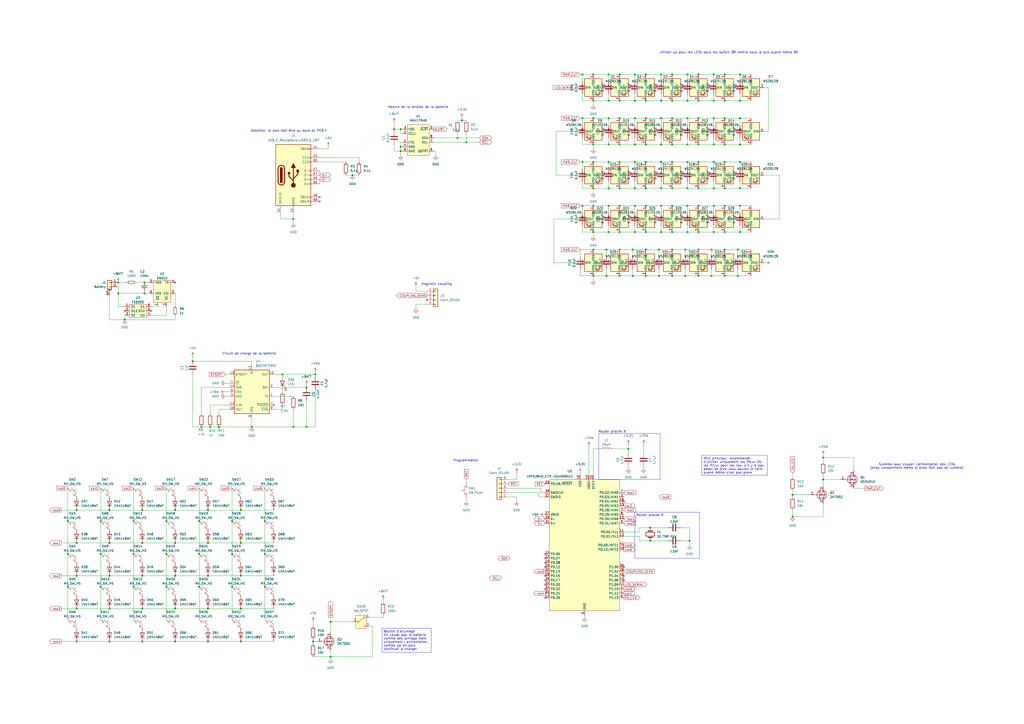
<source format=kicad_sch>
(kicad_sch (version 20231120) (generator "eeschema") (generator_version "8.0")
  (paper "A2")
  (junction (at 44.45 372.11))
  (junction (at 359.41 109.22))
  (junction (at 427.99 160.02))
  (junction (at 368.3 83.82))
  (junction (at 232.41 85.09))
  (junction (at 374.65 160.02))
  (junction (at 420.37 109.22))
  (junction (at 351.79 144.78))
  (junction (at 134.62 321.31))
  (junction (at 414.02 83.82))
  (junction (at 353.06 119.38))
  (junction (at 477.52 278.13))
  (junction (at 44.45 295.91))
  (junction (at 139.7 372.11))
  (junction (at 389.89 68.58))
  (junction (at 120.65 353.06))
  (junction (at 429.26 134.62))
  (junction (at 359.41 58.42))
  (junction (at 383.54 119.38))
  (junction (at 398.78 109.22))
  (junction (at 429.26 68.58))
  (junction (at 368.3 43.18))
  (junction (at 344.17 119.38))
  (junction (at 353.06 83.82))
  (junction (at 389.89 43.18))
  (junction (at 367.03 160.02))
  (junction (at 420.37 83.82))
  (junction (at 374.65 93.98))
  (junction (at 344.17 160.02))
  (junction (at 359.41 160.02))
  (junction (at 111.76 209.55))
  (junction (at 412.75 160.02))
  (junction (at 115.57 321.31))
  (junction (at 68.58 163.83))
  (junction (at 337.82 43.18))
  (junction (at 115.57 302.26))
  (junction (at 429.26 43.18))
  (junction (at 414.02 58.42))
  (junction (at 368.3 68.58))
  (junction (at 414.02 93.98))
  (junction (at 359.41 68.58))
  (junction (at 398.78 68.58))
  (junction (at 374.65 43.18))
  (junction (at 398.78 43.18))
  (junction (at 359.41 144.78))
  (junction (at 44.45 353.06))
  (junction (at 405.13 160.02))
  (junction (at 359.41 134.62))
  (junction (at 351.79 160.02))
  (junction (at 101.6 334.01))
  (junction (at 39.37 340.36))
  (junction (at 82.55 295.91))
  (junction (at 389.89 109.22))
  (junction (at 397.51 160.02))
  (junction (at 134.62 340.36))
  (junction (at 414.02 43.18))
  (junction (at 377.19 313.69))
  (junction (at 344.17 68.58))
  (junction (at 374.65 58.42))
  (junction (at 120.65 314.96))
  (junction (at 344.17 144.78))
  (junction (at 429.26 83.82))
  (junction (at 398.78 58.42))
  (junction (at 83.82 170.18))
  (junction (at 368.3 93.98))
  (junction (at 83.82 163.83))
  (junction (at 359.41 119.38))
  (junction (at 405.13 68.58))
  (junction (at 414.02 119.38))
  (junction (at 127 247.65))
  (junction (at 72.39 185.42))
  (junction (at 153.67 340.36))
  (junction (at 139.7 295.91))
  (junction (at 204.47 101.6))
  (junction (at 337.82 68.58))
  (junction (at 389.89 134.62))
  (junction (at 182.88 217.17))
  (junction (at 101.6 372.11))
  (junction (at 374.65 119.38))
  (junction (at 177.8 247.65))
  (junction (at 353.06 58.42))
  (junction (at 374.65 83.82))
  (junction (at 420.37 58.42))
  (junction (at 265.43 80.01))
  (junction (at 163.83 217.17))
  (junction (at 400.05 313.69))
  (junction (at 337.82 93.98))
  (junction (at 353.06 68.58))
  (junction (at 232.41 74.93))
  (junction (at 414.02 109.22))
  (junction (at 146.05 247.65))
  (junction (at 96.52 340.36))
  (junction (at 412.75 144.78))
  (junction (at 405.13 83.82))
  (junction (at 121.92 247.65))
  (junction (at 359.41 43.18))
  (junction (at 139.7 353.06))
  (junction (at 383.54 83.82))
  (junction (at 96.52 302.26))
  (junction (at 368.3 58.42))
  (junction (at 353.06 43.18))
  (junction (at 389.89 144.78))
  (junction (at 82.55 314.96))
  (junction (at 429.26 119.38))
  (junction (at 344.17 43.18))
  (junction (at 405.13 58.42))
  (junction (at 101.6 295.91))
  (junction (at 429.26 109.22))
  (junction (at 382.27 144.78))
  (junction (at 389.89 93.98))
  (junction (at 267.97 69.85))
  (junction (at 39.37 321.31))
  (junction (at 398.78 119.38))
  (junction (at 389.89 119.38))
  (junction (at 429.26 93.98))
  (junction (at 270.51 82.55))
  (junction (at 344.17 58.42))
  (junction (at 420.37 93.98))
  (junction (at 359.41 83.82))
  (junction (at 383.54 43.18))
  (junction (at 101.6 353.06))
  (junction (at 383.54 68.58))
  (junction (at 420.37 119.38))
  (junction (at 337.82 119.38))
  (junction (at 359.41 93.98))
  (junction (at 191.77 360.68))
  (junction (at 477.52 265.43))
  (junction (at 374.65 144.78))
  (junction (at 63.5 334.01))
  (junction (at 383.54 134.62))
  (junction (at 101.6 314.96))
  (junction (at 405.13 93.98))
  (junction (at 44.45 314.96))
  (junction (at 459.74 287.02))
  (junction (at 153.67 302.26))
  (junction (at 398.78 83.82))
  (junction (at 459.74 299.72))
  (junction (at 383.54 93.98))
  (junction (at 68.58 170.18))
  (junction (at 414.02 134.62))
  (junction (at 77.47 321.31))
  (junction (at 397.51 144.78))
  (junction (at 374.65 134.62))
  (junction (at 344.17 93.98))
  (junction (at 405.13 43.18))
  (junction (at 389.89 83.82))
  (junction (at 420.37 134.62))
  (junction (at 353.06 109.22))
  (junction (at 368.3 119.38))
  (junction (at 120.65 295.91))
  (junction (at 420.37 160.02))
  (junction (at 96.52 321.31))
  (junction (at 63.5 353.06))
  (junction (at 414.02 68.58))
  (junction (at 228.6 74.93))
  (junction (at 405.13 109.22))
  (junction (at 405.13 119.38))
  (junction (at 382.27 160.02))
  (junction (at 389.89 58.42))
  (junction (at 420.37 68.58))
  (junction (at 170.18 127))
  (junction (at 389.89 160.02))
  (junction (at 367.03 144.78))
  (junction (at 120.65 334.01))
  (junction (at 63.5 314.96))
  (junction (at 153.67 321.31))
  (junction (at 170.18 247.65))
  (junction (at 364.49 260.35))
  (junction (at 77.47 302.26))
  (junction (at 115.57 340.36))
  (junction (at 344.17 134.62))
  (junction (at 405.13 134.62))
  (junction (at 82.55 372.11))
  (junction (at 58.42 321.31))
  (junction (at 82.55 334.01))
  (junction (at 374.65 68.58))
  (junction (at 429.26 58.42))
  (junction (at 58.42 302.26))
  (junction (at 39.37 302.26))
  (junction (at 58.42 340.36))
  (junction (at 139.7 334.01))
  (junction (at 63.5 372.11))
  (junction (at 344.17 83.82))
  (junction (at 191.77 381))
  (junction (at 383.54 109.22))
  (junction (at 427.99 144.78))
  (junction (at 344.17 109.22))
  (junction (at 383.54 58.42))
  (junction (at 374.65 109.22))
  (junction (at 368.3 109.22))
  (junction (at 232.41 87.63))
  (junction (at 82.55 353.06))
  (junction (at 134.62 302.26))
  (junction (at 353.06 134.62))
  (junction (at 377.19 306.07))
  (junction (at 44.45 334.01))
  (junction (at 420.37 144.78))
  (junction (at 398.78 134.62))
  (junction (at 120.65 372.11))
  (junction (at 116.84 247.65))
  (junction (at 368.3 134.62))
  (junction (at 353.06 93.98))
  (junction (at 420.37 43.18))
  (junction (at 405.13 144.78))
  (junction (at 139.7 314.96))
  (junction (at 63.5 295.91))
  (junction (at 177.8 224.79))
  (junction (at 181.61 372.11))
  (junction (at 398.78 93.98))
  (junction (at 77.47 340.36))
  (no_connect (at 361.95 328.93))
  (no_connect (at 158.75 234.95))
  (no_connect (at 445.77 152.4))
  (no_connect (at 316.23 334.01))
  (no_connect (at 316.23 341.63))
  (no_connect (at 316.23 339.09))
  (no_connect (at 316.23 336.55))
  (no_connect (at 316.23 346.71))
  (no_connect (at 87.63 180.34))
  (no_connect (at 361.95 336.55))
  (no_connect (at 316.23 328.93))
  (no_connect (at 247.65 173.99))
  (no_connect (at 361.95 334.01))
  (no_connect (at 185.42 114.3))
  (no_connect (at 72.39 180.34))
  (no_connect (at 316.23 326.39))
  (no_connect (at 316.23 321.31))
  (no_connect (at 361.95 290.83))
  (no_connect (at 185.42 116.84))
  (no_connect (at 316.23 323.85))
  (wire (pts (xy 398.78 93.98) (xy 398.78 97.79)))
  (wire (pts (xy 382.27 144.78) (xy 389.89 144.78)))
  (wire (pts (xy 459.74 274.32) (xy 459.74 276.86)))
  (wire (pts (xy 68.58 163.83) (xy 73.66 163.83)))
  (wire (pts (xy 353.06 43.18) (xy 353.06 46.99)))
  (wire (pts (xy 44.45 295.91) (xy 63.5 295.91)))
  (wire (pts (xy 177.8 232.41) (xy 177.8 247.65)))
  (wire (pts (xy 233.68 82.55) (xy 232.41 82.55)))
  (wire (pts (xy 316.23 288.29) (xy 312.42 288.29)))
  (wire (pts (xy 191.77 360.68) (xy 191.77 358.14)))
  (wire (pts (xy 322.58 101.6) (xy 336.55 101.6)))
  (wire (pts (xy 228.6 83.82) (xy 228.6 87.63)))
  (wire (pts (xy 115.57 321.31) (xy 115.57 340.36)))
  (wire (pts (xy 429.26 80.01) (xy 429.26 83.82)))
  (wire (pts (xy 336.55 68.58) (xy 337.82 68.58)))
  (wire (pts (xy 270.51 82.55) (xy 278.13 82.55)))
  (wire (pts (xy 353.06 93.98) (xy 353.06 97.79)))
  (wire (pts (xy 336.55 43.18) (xy 337.82 43.18)))
  (wire (pts (xy 359.41 160.02) (xy 367.03 160.02)))
  (wire (pts (xy 191.77 381) (xy 191.77 382.27)))
  (wire (pts (xy 44.45 353.06) (xy 63.5 353.06)))
  (wire (pts (xy 383.54 68.58) (xy 389.89 68.58)))
  (wire (pts (xy 383.54 130.81) (xy 383.54 134.62)))
  (wire (pts (xy 134.62 283.21) (xy 134.62 302.26)))
  (wire (pts (xy 162.56 124.46) (xy 162.56 127)))
  (wire (pts (xy 204.47 101.6) (xy 208.28 101.6)))
  (wire (pts (xy 299.72 290.83) (xy 299.72 288.29)))
  (wire (pts (xy 398.78 54.61) (xy 398.78 58.42)))
  (wire (pts (xy 412.75 144.78) (xy 412.75 148.59)))
  (wire (pts (xy 398.78 83.82) (xy 405.13 83.82)))
  (wire (pts (xy 337.82 119.38) (xy 337.82 123.19)))
  (wire (pts (xy 443.23 101.6) (xy 452.12 101.6)))
  (wire (pts (xy 361.95 311.15) (xy 370.84 311.15)))
  (wire (pts (xy 359.41 119.38) (xy 368.3 119.38)))
  (wire (pts (xy 222.25 356.87) (xy 222.25 358.14)))
  (wire (pts (xy 337.82 119.38) (xy 344.17 119.38)))
  (wire (pts (xy 429.26 109.22) (xy 435.61 109.22)))
  (wire (pts (xy 134.62 302.26) (xy 134.62 321.31)))
  (wire (pts (xy 191.77 377.19) (xy 191.77 381)))
  (wire (pts (xy 44.45 314.96) (xy 63.5 314.96)))
  (wire (pts (xy 420.37 160.02) (xy 427.99 160.02)))
  (wire (pts (xy 35.56 334.01) (xy 44.45 334.01)))
  (wire (pts (xy 267.97 68.58) (xy 267.97 69.85)))
  (wire (pts (xy 359.41 83.82) (xy 368.3 83.82)))
  (wire (pts (xy 82.55 353.06) (xy 101.6 353.06)))
  (wire (pts (xy 344.17 68.58) (xy 353.06 68.58)))
  (wire (pts (xy 241.3 168.91) (xy 241.3 166.37)))
  (wire (pts (xy 427.99 144.78) (xy 435.61 144.78)))
  (wire (pts (xy 270.51 290.83) (xy 270.51 289.56)))
  (wire (pts (xy 368.3 83.82) (xy 374.65 83.82)))
  (wire (pts (xy 232.41 74.93) (xy 232.41 77.47)))
  (wire (pts (xy 368.3 54.61) (xy 368.3 58.42)))
  (wire (pts (xy 190.5 86.36) (xy 185.42 86.36)))
  (wire (pts (xy 368.3 43.18) (xy 374.65 43.18)))
  (wire (pts (xy 228.6 74.93) (xy 232.41 74.93)))
  (wire (pts (xy 427.99 144.78) (xy 427.99 148.59)))
  (wire (pts (xy 420.37 93.98) (xy 429.26 93.98)))
  (wire (pts (xy 170.18 237.49) (xy 170.18 247.65)))
  (wire (pts (xy 397.51 144.78) (xy 397.51 148.59)))
  (wire (pts (xy 389.89 58.42) (xy 398.78 58.42)))
  (wire (pts (xy 374.65 109.22) (xy 383.54 109.22)))
  (wire (pts (xy 368.3 130.81) (xy 368.3 134.62)))
  (wire (pts (xy 405.13 144.78) (xy 412.75 144.78)))
  (wire (pts (xy 414.02 93.98) (xy 420.37 93.98)))
  (wire (pts (xy 228.6 71.12) (xy 228.6 74.93)))
  (wire (pts (xy 120.65 314.96) (xy 139.7 314.96)))
  (wire (pts (xy 405.13 93.98) (xy 414.02 93.98)))
  (wire (pts (xy 405.13 58.42) (xy 414.02 58.42)))
  (wire (pts (xy 83.82 163.83) (xy 86.36 163.83)))
  (wire (pts (xy 405.13 83.82) (xy 414.02 83.82)))
  (wire (pts (xy 368.3 80.01) (xy 368.3 83.82)))
  (wire (pts (xy 341.63 259.08) (xy 341.63 275.59)))
  (wire (pts (xy 353.06 68.58) (xy 359.41 68.58)))
  (wire (pts (xy 336.55 160.02) (xy 344.17 160.02)))
  (wire (pts (xy 72.39 185.42) (xy 101.6 185.42)))
  (wire (pts (xy 336.55 144.78) (xy 344.17 144.78)))
  (wire (pts (xy 251.46 87.63) (xy 252.73 87.63)))
  (wire (pts (xy 344.17 43.18) (xy 353.06 43.18)))
  (wire (pts (xy 68.58 177.8) (xy 72.39 177.8)))
  (wire (pts (xy 101.6 170.18) (xy 101.6 177.8)))
  (wire (pts (xy 101.6 372.11) (xy 120.65 372.11)))
  (wire (pts (xy 382.27 160.02) (xy 389.89 160.02)))
  (wire (pts (xy 405.13 119.38) (xy 414.02 119.38)))
  (wire (pts (xy 163.83 234.95) (xy 163.83 237.49)))
  (wire (pts (xy 185.42 91.44) (xy 208.28 91.44)))
  (wire (pts (xy 355.6 260.35) (xy 364.49 260.35)))
  (wire (pts (xy 228.6 87.63) (xy 232.41 87.63)))
  (wire (pts (xy 130.81 217.17) (xy 133.35 217.17)))
  (wire (pts (xy 398.78 130.81) (xy 398.78 134.62)))
  (wire (pts (xy 252.73 87.63) (xy 252.73 90.17)))
  (wire (pts (xy 182.88 215.9) (xy 182.88 217.17)))
  (wire (pts (xy 120.65 334.01) (xy 139.7 334.01)))
  (wire (pts (xy 367.03 156.21) (xy 367.03 160.02)))
  (wire (pts (xy 429.26 83.82) (xy 435.61 83.82)))
  (wire (pts (xy 344.17 119.38) (xy 353.06 119.38)))
  (wire (pts (xy 322.58 76.2) (xy 322.58 101.6)))
  (wire (pts (xy 130.81 227.33) (xy 133.35 227.33)))
  (wire (pts (xy 344.17 260.35) (xy 347.98 260.35)))
  (wire (pts (xy 139.7 314.96) (xy 158.75 314.96)))
  (wire (pts (xy 170.18 124.46) (xy 170.18 127)))
  (wire (pts (xy 383.54 119.38) (xy 389.89 119.38)))
  (wire (pts (xy 241.3 179.07) (xy 241.3 176.53)))
  (wire (pts (xy 158.75 217.17) (xy 163.83 217.17)))
  (wire (pts (xy 368.3 119.38) (xy 374.65 119.38)))
  (wire (pts (xy 78.74 163.83) (xy 83.82 163.83)))
  (wire (pts (xy 294.64 288.29) (xy 299.72 288.29)))
  (wire (pts (xy 232.41 74.93) (xy 233.68 74.93)))
  (wire (pts (xy 389.89 144.78) (xy 397.51 144.78)))
  (wire (pts (xy 146.05 242.57) (xy 146.05 247.65)))
  (wire (pts (xy 344.17 83.82) (xy 353.06 83.82)))
  (wire (pts (xy 336.55 156.21) (xy 336.55 160.02)))
  (wire (pts (xy 377.19 306.07) (xy 387.35 306.07)))
  (wire (pts (xy 228.6 74.93) (xy 228.6 76.2)))
  (wire (pts (xy 337.82 58.42) (xy 344.17 58.42)))
  (wire (pts (xy 414.02 68.58) (xy 420.37 68.58)))
  (wire (pts (xy 163.83 237.49) (xy 158.75 237.49)))
  (wire (pts (xy 337.82 80.01) (xy 337.82 83.82)))
  (wire (pts (xy 185.42 104.14) (xy 185.42 106.68)))
  (wire (pts (xy 336.55 119.38) (xy 337.82 119.38)))
  (wire (pts (xy 414.02 119.38) (xy 414.02 123.19)))
  (wire (pts (xy 68.58 170.18) (xy 83.82 170.18)))
  (wire (pts (xy 353.06 134.62) (xy 359.41 134.62)))
  (wire (pts (xy 405.13 160.02) (xy 412.75 160.02)))
  (wire (pts (xy 353.06 58.42) (xy 359.41 58.42)))
  (wire (pts (xy 353.06 83.82) (xy 359.41 83.82)))
  (wire (pts (xy 429.26 58.42) (xy 435.61 58.42)))
  (wire (pts (xy 133.35 234.95) (xy 121.92 234.95)))
  (wire (pts (xy 374.65 58.42) (xy 383.54 58.42)))
  (wire (pts (xy 177.8 223.52) (xy 177.8 224.79)))
  (wire (pts (xy 215.9 363.22) (xy 214.63 363.22)))
  (wire (pts (xy 96.52 182.88) (xy 96.52 177.8)))
  (wire (pts (xy 359.41 43.18) (xy 368.3 43.18)))
  (wire (pts (xy 139.7 334.01) (xy 158.75 334.01)))
  (wire (pts (xy 405.13 109.22) (xy 414.02 109.22)))
  (wire (pts (xy 321.31 152.4) (xy 336.55 152.4)))
  (wire (pts (xy 163.83 217.17) (xy 182.88 217.17)))
  (wire (pts (xy 398.78 80.01) (xy 398.78 83.82)))
  (wire (pts (xy 367.03 144.78) (xy 367.03 148.59)))
  (wire (pts (xy 35.56 295.91) (xy 44.45 295.91)))
  (wire (pts (xy 477.52 278.13) (xy 477.52 281.94)))
  (wire (pts (xy 344.17 109.22) (xy 353.06 109.22)))
  (wire (pts (xy 420.37 134.62) (xy 429.26 134.62)))
  (wire (pts (xy 353.06 80.01) (xy 353.06 83.82)))
  (wire (pts (xy 233.68 85.09) (xy 232.41 85.09)))
  (wire (pts (xy 270.51 77.47) (xy 270.51 82.55)))
  (wire (pts (xy 294.64 283.21) (xy 313.69 283.21)))
  (wire (pts (xy 336.55 127) (xy 321.31 127)))
  (wire (pts (xy 139.7 372.11) (xy 158.75 372.11)))
  (wire (pts (xy 336.55 76.2) (xy 322.58 76.2)))
  (wire (pts (xy 153.67 302.26) (xy 153.67 321.31)))
  (wire (pts (xy 77.47 302.26) (xy 77.47 321.31)))
  (wire (pts (xy 334.01 50.8) (xy 336.55 50.8)))
  (wire (pts (xy 270.51 278.13) (xy 270.51 279.4)))
  (wire (pts (xy 353.06 130.81) (xy 353.06 134.62)))
  (wire (pts (xy 383.54 80.01) (xy 383.54 83.82)))
  (wire (pts (xy 420.37 119.38) (xy 429.26 119.38)))
  (wire (pts (xy 181.61 381) (xy 191.77 381)))
  (wire (pts (xy 35.56 372.11) (xy 44.45 372.11)))
  (wire (pts (xy 83.82 170.18) (xy 83.82 168.91)))
  (wire (pts (xy 181.61 372.11) (xy 181.61 373.38)))
  (wire (pts (xy 208.28 91.44) (xy 208.28 93.98)))
  (wire (pts (xy 359.41 109.22) (xy 368.3 109.22)))
  (wire (pts (xy 182.88 247.65) (xy 177.8 247.65)))
  (wire (pts (xy 414.02 105.41) (xy 414.02 109.22)))
  (wire (pts (xy 339.09 356.87) (xy 339.09 358.14)))
  (wire (pts (xy 351.79 144.78) (xy 351.79 148.59)))
  (wire (pts (xy 177.8 247.65) (xy 170.18 247.65)))
  (wire (pts (xy 414.02 109.22) (xy 420.37 109.22)))
  (wire (pts (xy 130.81 229.87) (xy 133.35 229.87)))
  (wire (pts (xy 353.06 43.18) (xy 359.41 43.18)))
  (wire (pts (xy 181.61 372.11) (xy 184.15 372.11)))
  (wire (pts (xy 389.89 134.62) (xy 398.78 134.62)))
  (wire (pts (xy 321.31 127) (xy 321.31 152.4)))
  (wire (pts (xy 383.54 43.18) (xy 383.54 46.99)))
  (wire (pts (xy 368.3 68.58) (xy 374.65 68.58)))
  (wire (pts (xy 429.26 68.58) (xy 435.61 68.58)))
  (wire (pts (xy 398.78 105.41) (xy 398.78 109.22)))
  (wire (pts (xy 429.26 105.41) (xy 429.26 109.22)))
  (wire (pts (xy 265.43 80.01) (xy 278.13 80.01)))
  (wire (pts (xy 405.13 68.58) (xy 414.02 68.58)))
  (wire (pts (xy 477.52 265.43) (xy 477.52 267.97)))
  (wire (pts (xy 344.17 144.78) (xy 351.79 144.78)))
  (wire (pts (xy 191.77 360.68) (xy 204.47 360.68)))
  (wire (pts (xy 63.5 171.45) (xy 63.5 185.42)))
  (wire (pts (xy 370.84 308.61) (xy 370.84 306.07)))
  (wire (pts (xy 412.75 160.02) (xy 420.37 160.02)))
  (wire (pts (xy 163.83 217.17) (xy 163.83 218.44)))
  (wire (pts (xy 344.17 83.82) (xy 344.17 86.36)))
  (wire (pts (xy 368.3 43.18) (xy 368.3 46.99)))
  (wire (pts (xy 374.65 83.82) (xy 383.54 83.82)))
  (wire (pts (xy 313.69 285.75) (xy 313.69 283.21)))
  (wire (pts (xy 120.65 353.06) (xy 139.7 353.06)))
  (wire (pts (xy 116.84 240.03) (xy 116.84 224.79)))
  (wire (pts (xy 63.5 314.96) (xy 82.55 314.96)))
  (wire (pts (xy 181.61 360.68) (xy 181.61 363.22)))
  (wire (pts (xy 353.06 109.22) (xy 359.41 109.22)))
  (wire (pts (xy 185.42 99.06) (xy 185.42 101.6)))
  (wire (pts (xy 121.92 234.95) (xy 121.92 240.03)))
  (wire (pts (xy 353.06 119.38) (xy 359.41 119.38)))
  (wire (pts (xy 383.54 43.18) (xy 389.89 43.18)))
  (wire (pts (xy 495.3 283.21) (xy 501.65 283.21)))
  (wire (pts (xy 359.41 144.78) (xy 367.03 144.78)))
  (wire (pts (xy 414.02 119.38) (xy 420.37 119.38)))
  (wire (pts (xy 389.89 68.58) (xy 398.78 68.58)))
  (wire (pts (xy 337.82 68.58) (xy 337.82 72.39)))
  (wire (pts (xy 353.06 93.98) (xy 359.41 93.98)))
  (wire (pts (xy 35.56 314.96) (xy 44.45 314.96)))
  (wire (pts (xy 337.82 43.18) (xy 344.17 43.18)))
  (wire (pts (xy 452.12 101.6) (xy 452.12 127)))
  (wire (pts (xy 414.02 43.18) (xy 414.02 46.99)))
  (wire (pts (xy 63.5 372.11) (xy 82.55 372.11)))
  (wire (pts (xy 400.05 313.69) (xy 400.05 316.23)))
  (wire (pts (xy 96.52 302.26) (xy 96.52 321.31)))
  (wire (pts (xy 72.39 182.88) (xy 72.39 185.42)))
  (wire (pts (xy 459.74 287.02) (xy 469.9 287.02)))
  (wire (pts (xy 86.36 170.18) (xy 83.82 170.18)))
  (wire (pts (xy 146.05 247.65) (xy 170.18 247.65)))
  (wire (pts (xy 115.57 302.26) (xy 115.57 321.31)))
  (wire (pts (xy 77.47 340.36) (xy 77.47 359.41)))
  (wire (pts (xy 181.61 370.84) (xy 181.61 372.11)))
  (wire (pts (xy 101.6 295.91) (xy 120.65 295.91)))
  (wire (pts (xy 191.77 381) (xy 215.9 381)))
  (wire (pts (xy 127 237.49) (xy 127 240.03)))
  (wire (pts (xy 389.89 43.18) (xy 398.78 43.18)))
  (wire (pts (xy 127 247.65) (xy 146.05 247.65)))
  (wire (pts (xy 299.72 278.13) (xy 294.64 278.13)))
  (wire (pts (xy 359.41 68.58) (xy 368.3 68.58)))
  (wire (pts (xy 370.84 313.69) (xy 377.19 313.69)))
  (wire (pts (xy 429.26 119.38) (xy 435.61 119.38)))
  (wire (pts (xy 368.3 105.41) (xy 368.3 109.22)))
  (wire (pts (xy 222.25 358.14) (xy 214.63 358.14)))
  (wire (pts (xy 383.54 93.98) (xy 389.89 93.98)))
  (wire (pts (xy 429.26 54.61) (xy 429.26 58.42)))
  (wire (pts (xy 162.56 127) (xy 170.18 127)))
  (wire (pts (xy 394.97 313.69) (xy 400.05 313.69)))
  (wire (pts (xy 163.83 226.06) (xy 163.83 227.33)))
  (wire (pts (xy 477.52 292.1) (xy 477.52 299.72)))
  (wire (pts (xy 344.17 134.62) (xy 344.17 137.16)))
  (wire (pts (xy 414.02 80.01) (xy 414.02 83.82)))
  (wire (pts (xy 429.26 68.58) (xy 429.26 72.39)))
  (wire (pts (xy 82.55 372.11) (xy 101.6 372.11)))
  (wire (pts (xy 394.97 306.07) (xy 400.05 306.07)))
  (wire (pts (xy 373.38 271.78) (xy 373.38 270.51)))
  (wire (pts (xy 96.52 340.36) (xy 96.52 359.41)))
  (wire (pts (xy 397.51 156.21) (xy 397.51 160.02)))
  (wire (pts (xy 337.82 83.82) (xy 344.17 83.82)))
  (wire (pts (xy 337.82 105.41) (xy 337.82 109.22)))
  (wire (pts (xy 344.17 275.59) (xy 344.17 260.35)))
  (wire (pts (xy 191.77 367.03) (xy 191.77 360.68)))
  (wire (pts (xy 374.65 93.98) (xy 383.54 93.98)))
  (wire (pts (xy 397.51 160.02) (xy 405.13 160.02)))
  (wire (pts (xy 190.5 85.09) (xy 190.5 86.36)))
  (wire (pts (xy 368.3 109.22) (xy 374.65 109.22)))
  (wire (pts (xy 232.41 87.63) (xy 232.41 90.17)))
  (wire (pts (xy 344.17 134.62) (xy 353.06 134.62)))
  (wire (pts (xy 429.26 43.18) (xy 435.61 43.18)))
  (wire (pts (xy 412.75 156.21) (xy 412.75 160.02)))
  (wire (pts (xy 368.3 93.98) (xy 368.3 97.79)))
  (wire (pts (xy 398.78 58.42) (xy 405.13 58.42)))
  (wire (pts (xy 158.75 224.79) (xy 177.8 224.79)))
  (wire (pts (xy 359.41 134.62) (xy 368.3 134.62)))
  (wire (pts (xy 82.55 314.96) (xy 101.6 314.96)))
  (wire (pts (xy 267.97 69.85) (xy 270.51 69.85)))
  (wire (pts (xy 477.52 278.13) (xy 487.68 278.13)))
  (wire (pts (xy 134.62 340.36) (xy 134.62 359.41)))
  (wire (pts (xy 87.63 182.88) (xy 96.52 182.88)))
  (wire (pts (xy 267.97 69.85) (xy 265.43 69.85)))
  (wire (pts (xy 337.82 134.62) (xy 344.17 134.62)))
  (wire (pts (xy 383.54 68.58) (xy 383.54 72.39)))
  (wire (pts (xy 383.54 93.98) (xy 383.54 97.79)))
  (wire (pts (xy 44.45 334.01) (xy 63.5 334.01)))
  (wire (pts (xy 351.79 156.21) (xy 351.79 160.02)))
  (wire (pts (xy 429.26 93.98) (xy 429.26 97.79)))
  (wire (pts (xy 414.02 43.18) (xy 420.37 43.18)))
  (wire (pts (xy 233.68 77.47) (xy 232.41 77.47)))
  (wire (pts (xy 374.65 144.78) (xy 382.27 144.78)))
  (wire (pts (xy 337.82 43.18) (xy 337.82 46.99)))
  (wire (pts (xy 68.58 166.37) (xy 68.58 170.18)))
  (wire (pts (xy 153.67 321.31) (xy 153.67 340.36)))
  (wire (pts (xy 120.65 295.91) (xy 139.7 295.91)))
  (wire (pts (xy 389.89 109.22) (xy 398.78 109.22)))
  (wire (pts (xy 336.55 93.98) (xy 337.82 93.98)))
  (wire (pts (xy 459.74 295.91) (xy 459.74 299.72)))
  (wire (pts (xy 353.06 105.41) (xy 353.06 109.22)))
  (wire (pts (xy 400.05 306.07) (xy 400.05 313.69)))
  (wire (pts (xy 445.77 50.8) (xy 445.77 76.2)))
  (wire (pts (xy 389.89 160.02) (xy 397.51 160.02)))
  (wire (pts (xy 153.67 283.21) (xy 153.67 302.26)))
  (wire (pts (xy 383.54 54.61) (xy 383.54 58.42)))
  (wire (pts (xy 101.6 353.06) (xy 120.65 353.06)))
  (wire (pts (xy 299.72 274.32) (xy 299.72 278.13)))
  (wire (pts (xy 101.6 314.96) (xy 120.65 314.96)))
  (wire (pts (xy 265.43 80.01) (xy 265.43 77.47)))
  (wire (pts (xy 241.3 176.53) (xy 247.65 176.53)))
  (wire (pts (xy 364.49 257.81) (xy 364.49 260.35)))
  (wire (pts (xy 139.7 353.06) (xy 158.75 353.06)))
  (wire (pts (xy 477.52 275.59) (xy 477.52 278.13)))
  (wire (pts (xy 116.84 224.79) (xy 133.35 224.79)))
  (wire (pts (xy 429.26 130.81) (xy 429.26 134.62)))
  (wire (pts (xy 82.55 334.01) (xy 101.6 334.01)))
  (wire (pts (xy 312.42 288.29) (xy 312.42 285.75)))
  (wire (pts (xy 344.17 58.42) (xy 344.17 60.96)))
  (wire (pts (xy 58.42 302.26) (xy 58.42 321.31)))
  (wire (pts (xy 414.02 54.61) (xy 414.02 58.42)))
  (wire (pts (xy 374.65 134.62) (xy 383.54 134.62)))
  (wire (pts (xy 420.37 144.78) (xy 427.99 144.78)))
  (wire (pts (xy 414.02 130.81) (xy 414.02 134.62)))
  (wire (pts (xy 101.6 334.01) (xy 120.65 334.01)))
  (wire (pts (xy 82.55 295.91) (xy 101.6 295.91)))
  (wire (pts (xy 374.65 119.38) (xy 383.54 119.38)))
  (wire (pts (xy 130.81 222.25) (xy 133.35 222.25)))
  (wire (pts (xy 215.9 381) (xy 215.9 363.22)))
  (wire (pts (xy 414.02 134.62) (xy 420.37 134.62)))
  (wire (pts (xy 111.76 247.65) (xy 116.84 247.65)))
  (wire (pts (xy 336.55 144.78) (xy 336.55 148.59)))
  (wire (pts (xy 39.37 321.31) (xy 39.37 340.36)))
  (wire (pts (xy 316.23 285.75) (xy 313.69 285.75)))
  (wire (pts (xy 383.54 58.42) (xy 389.89 58.42)))
  (wire (pts (xy 398.78 119.38) (xy 405.13 119.38)))
  (wire (pts (xy 353.06 68.58) (xy 353.06 72.39)))
  (wire (pts (xy 77.47 283.21) (xy 77.47 302.26)))
  (wire (pts (xy 443.23 127) (xy 452.12 127)))
  (wire (pts (xy 459.74 287.02) (xy 459.74 288.29)))
  (wire (pts (xy 35.56 353.06) (xy 44.45 353.06)))
  (wire (pts (xy 420.37 43.18) (xy 429.26 43.18)))
  (wire (pts (xy 63.5 185.42) (xy 72.39 185.42)))
  (wire (pts (xy 359.41 93.98) (xy 368.3 93.98)))
  (wire (pts (xy 398.78 68.58) (xy 405.13 68.58)))
  (wire (pts (xy 251.46 82.55) (xy 270.51 82.55)))
  (wire (pts (xy 63.5 353.06) (xy 82.55 353.06)))
  (wire (pts (xy 247.65 168.91) (xy 241.3 168.91)))
  (wire (pts (xy 134.62 321.31) (xy 134.62 340.36)))
  (wire (pts (xy 367.03 144.78) (xy 374.65 144.78)))
  (wire (pts (xy 368.3 134.62) (xy 374.65 134.62)))
  (wire (pts (xy 398.78 134.62) (xy 405.13 134.62)))
  (wire (pts (xy 398.78 43.18) (xy 405.13 43.18)))
  (wire (pts (xy 398.78 68.58) (xy 398.78 72.39)))
  (wire (pts (xy 443.23 152.4) (xy 445.77 152.4)))
  (wire (pts (xy 133.35 237.49) (xy 127 237.49)))
  (wire (pts (xy 58.42 321.31) (xy 58.42 340.36)))
  (wire (pts (xy 182.88 226.06) (xy 182.88 247.65)))
  (wire (pts (xy 158.75 229.87) (xy 170.18 229.87)))
  (wire (pts (xy 373.38 257.81) (xy 373.38 262.89)))
  (wire (pts (xy 353.06 119.38) (xy 353.06 123.19)))
  (wire (pts (xy 44.45 372.11) (xy 63.5 372.11)))
  (wire (pts (xy 115.57 340.36) (xy 115.57 359.41)))
  (wire (pts (xy 232.41 82.55) (xy 232.41 85.09)))
  (wire (pts (xy 429.26 119.38) (xy 429.26 123.19)))
  (wire (pts (xy 364.49 271.78) (xy 364.49 270.51)))
  (wire (pts (xy 420.37 109.22) (xy 429.26 109.22)))
  (wire (pts (xy 139.7 295.91) (xy 158.75 295.91)))
  (wire (pts (xy 459.74 284.48) (xy 459.74 287.02)))
  (wire (pts (xy 39.37 340.36) (xy 39.37 359.41)))
  (wire (pts (xy 389.89 83.82) (xy 398.78 83.82)))
  (wire (pts (xy 367.03 160.02) (xy 374.65 160.02)))
  (wire (pts (xy 353.06 54.61) (xy 353.06 58.42)))
  (wire (pts (xy 77.47 321.31) (xy 77.47 340.36)))
  (wire (pts (xy 185.42 93.98) (xy 200.66 93.98)))
  (wire (pts (xy 344.17 109.22) (xy 344.17 111.76)))
  (wire (pts (xy 368.3 58.42) (xy 374.65 58.42)))
  (wire (pts (xy 39.37 302.26) (xy 39.37 321.31)))
  (wire (pts (xy 420.37 83.82) (xy 429.26 83.82)))
  (wire (pts (xy 374.65 43.18) (xy 383.54 43.18)))
  (wire (pts (xy 397.51 144.78) (xy 405.13 144.78)))
  (wire (pts (xy 368.3 119.38) (xy 368.3 123.19)))
  (wire (pts (xy 337.82 68.58) (xy 344.17 68.58)))
  (wire (pts (xy 222.25 347.98) (xy 222.25 349.25)))
  (wire (pts (xy 232.41 85.09) (xy 232.41 87.63)))
  (wire (pts (xy 63.5 295.91) (xy 82.55 295.91)))
  (wire (pts (xy 146.05 212.09) (xy 146.05 209.55)))
  (wire (pts (xy 420.37 58.42) (xy 429.26 58.42)))
  (wire (pts (xy 344.17 93.98) (xy 353.06 93.98)))
  (wire (pts (xy 251.46 80.01) (xy 265.43 80.01)))
  (wire (pts (xy 412.75 144.78) (xy 420.37 144.78)))
  (wire (pts (xy 337.82 93.98) (xy 337.82 97.79)))
  (wire (pts (xy 115.57 283.21) (xy 115.57 302.26)))
  (wire (pts (xy 111.76 209.55) (xy 146.05 209.55)))
  (wire (pts (xy 87.63 177.8) (xy 91.44 177.8)))
  (wire (pts (xy 427.99 156.21) (xy 427.99 160.02)))
  (wire (pts (xy 351.79 160.02) (xy 359.41 160.02)))
  (wire (pts (xy 398.78 119.38) (xy 398.78 123.19)))
  (wire (pts (xy 101.6 185.42) (xy 101.6 182.88)))
  (wire (pts (xy 337.82 93.98) (xy 344.17 93.98)))
  (wire (pts (xy 58.42 340.36) (xy 58.42 359.41)))
  (wire (pts (xy 368.3 68.58) (xy 368.3 72.39)))
  (wire (pts (xy 398.78 93.98) (xy 405.13 93.98)))
  (wire (pts (xy 383.54 119.38) (xy 383.54 123.19)))
  (wire (pts (xy 170.18 127) (xy 170.18 129.54)))
  (wire (pts (xy 414.02 58.42) (xy 420.37 58.42)))
  (wire (pts (xy 200.66 101.6) (xy 204.47 101.6)))
  (wire (pts (xy 370.84 306.07) (xy 377.19 306.07)))
  (wire (pts (xy 389.89 93.98) (xy 398.78 93.98)))
  (wire (pts (xy 398.78 43.18) (xy 398.78 46.99)))
  (wire (pts (xy 351.79 144.78) (xy 359.41 144.78)))
  (wire (pts (xy 96.52 321.31) (xy 96.52 340.36)))
  (wire (pts (xy 344.17 160.02) (xy 344.17 162.56)))
  (wire (pts (xy 63.5 334.01) (xy 82.55 334.01)))
  (wire (pts (xy 377.19 313.69) (xy 387.35 313.69)))
  (wire (pts (xy 414.02 68.58) (xy 414.02 72.39)))
  (wire (pts (xy 383.54 83.82) (xy 389.89 83.82)))
  (wire (pts (xy 337.82 109.22) (xy 344.17 109.22)))
  (wire (pts (xy 398.78 109.22) (xy 405.13 109.22)))
  (wire (pts (xy 182.88 217.17) (xy 182.88 218.44)))
  (wire (pts (xy 414.02 93.98) (xy 414.02 97.79)))
  (wire (pts (xy 374.65 68.58) (xy 383.54 68.58)))
  (wire (pts (xy 414.02 83.82) (xy 420.37 83.82)))
  (wire (pts (xy 116.84 247.65) (xy 121.92 247.65)))
  (wire (pts (xy 96.52 283.21) (xy 96.52 302.26)))
  (wire (pts (xy 495.3 273.05) (xy 495.3 265.43)))
  (wire (pts (xy 233.68 87.63) (xy 232.41 87.63)))
  (wire (pts (xy 429.26 134.62) (xy 435.61 134.62)))
  (wire (pts (xy 445.77 76.2) (xy 443.23 76.2)))
  (wire (pts (xy 361.95 308.61) (xy 370.84 308.61)))
  (wire (pts (xy 420.37 68.58) (xy 429.26 68.58)))
  (wire (pts (xy 111.76 207.01) (xy 111.76 209.55)))
  (wire (pts (xy 383.54 109.22) (xy 389.89 109.22)))
  (wire (pts (xy 344.17 58.42) (xy 353.06 58.42)))
  (wire (pts (xy 337.82 54.61) (xy 337.82 58.42)))
  (wire (pts (xy 443.23 50.8) (xy 445.77 50.8)))
  (wire (pts (xy 429.26 43.18) (xy 429.26 46.99)))
  (wire (pts (xy 382.27 156.21) (xy 382.27 160.02)))
  (wire (pts (xy 477.52 264.16) (xy 477.52 265.43)))
  (wire (pts (xy 382.27 144.78) (xy 382.27 148.59)))
  (wire (pts (xy 405.13 43.18) (xy 414.02 43.18)))
  (wire (pts (xy 120.65 372.11) (xy 139.7 372.11)))
  (wire (pts (xy 58.42 283.21) (xy 58.42 302.26)))
  (wire (pts (xy 427.99 160.02) (xy 435.61 160.02)))
  (wire (pts (xy 389.89 119.38) (xy 398.78 119.38)))
  (wire (pts (xy 359.41 58.42) (xy 368.3 58.42)))
  (wire (pts (xy 477.52 299.72) (xy 459.74 299.72)))
  (wire (pts (xy 383.54 105.41) (xy 383.54 109.22)))
  (wire (pts (xy 111.76 217.17) (xy 111.76 247.65)))
  (wire (pts (xy 364.49 260.35) (xy 364.49 262.89)))
  (wire (pts (xy 68.58 170.18) (xy 68.58 177.8)))
  (wire (pts (xy 153.67 340.36) (xy 153.67 359.41)))
  (wire (pts (xy 121.92 247.65) (xy 127 247.65)))
  (wire (pts (xy 405.13 134.62) (xy 414.02 134.62)))
  (wire (pts (xy 39.37 283.21) (xy 39.37 302.26)))
  (wire (pts (xy 294.64 285.75) (xy 312.42 285.75)))
  (wire (pts (xy 477.52 265.43) (xy 495.3 265.43)))
  (wire (pts (xy 344.17 160.02) (xy 351.79 160.02)))
  (wire (pts (xy 374.65 160.02) (xy 382.27 160.02)))
  (wire (pts (xy 370.84 311.15) (xy 370.84 313.69)))
  (wire (pts (xy 336.55 274.32) (xy 336.55 275.59)))
  (wire (pts (xy 429.26 93.98) (xy 435.61 93.98)))
  (wire (pts (xy 383.54 134.62) (xy 389.89 134.62)))
  (wire (pts (xy 368.3 93.98) (xy 374.65 93.98)))
  (wire (pts (xy 337.82 130.81) (xy 337.82 134.62)))
  (rectangle (start 368.3 297.18) (end 405.765 323.85))
  (rectangle (start 347.345 251.46) (end 382.905 278.13))
  (text_box "MCU principal, recommandé d'utiliser uniquement les P0.xx OU les P1.xx pour les row, s'il y a pas assez de pins vous pouvez le faire quand même c'est pas grave\n" (at 407.035 264.16 0) (size 38.1 11.43) (effects (font (size 1.27 1.27)) (justify left top)))
  (text_box "Bouton d'allumage\nOn coupe pas la batterie comme des schlags mais uniquement l'alimentation, comme ça on peut continuer à charger" (at 221.615 364.49 0) (size 28.575 13.97) (effects (font (size 1.27 1.27)) (justify left top)))
  (text "Router proche !!" (at 355.092 250.444 0) (effects (font (size 1.27 1.27))))
  (text "magnetic coupling" (at 253.238 164.846 0) (effects (font (size 1.27 1.27))))
  (text "Circuit de charge de la batterie" (at 144.526 205.232 0) (effects (font (size 1.27 1.27))))
  (text "Utiliser ça pour les LEDs sous les switch (!!! mettre sous le pcb quand même !!!)" (at 422.91 30.48 0) (effects (font (size 1.27 1.27))))
  (text "Attention, le port doit être au bord du PCB !" (at 167.386 75.946 0) (effects (font (size 1.27 1.27))))
  (text "Système pour couper l'alimentation des LEDs\n(elles consomment même si elles font pas de lumière)" (at 531.876 270.51 0) (effects (font (size 1.27 1.27))))
  (text "Programmation" (at 270.256 267.208 0) (effects (font (size 1.27 1.27))))
  (text "Router proche !!" (at 376.936 298.958 0) (effects (font (size 1.27 1.27))))
  (text "Mesure de la tension de la batterie" (at 242.57 62.23 0) (effects (font (size 1.27 1.27))))
  (global_label "row3" (shape output) (at 35.56 353.06 180) (property "Intersheetrefs" "${INTERSHEET_REFS}" (effects (hide yes))))
  (global_label "EN_LED" (shape output) (at 361.95 346.71 0) (property "Intersheetrefs" "${INTERSHEET_REFS}" (effects (hide yes))))
  (global_label "EN_LED" (shape input) (at 459.74 274.32 90) (property "Intersheetrefs" "${INTERSHEET_REFS}" (effects (hide yes))))
  (global_label "COUPLING_SENS" (shape output) (at 247.65 171.45 180) (property "Intersheetrefs" "${INTERSHEET_REFS}" (effects (hide yes))))
  (global_label "LED_SERIAL" (shape output) (at 361.95 339.09 0) (property "Intersheetrefs" "${INTERSHEET_REFS}" (effects (hide yes))))
  (global_label "D+" (shape bidirectional) (at 316.23 303.53 180) (property "Intersheetrefs" "${INTERSHEET_REFS}" (effects (hide yes))))
  (global_label "PWR_CUT" (shape input) (at 336.55 144.78 180) (property "Intersheetrefs" "${INTERSHEET_REFS}" (effects (hide yes))))
  (global_label "PWR_CUT" (shape input) (at 336.55 68.58 180) (property "Intersheetrefs" "${INTERSHEET_REFS}" (effects (hide yes))))
  (global_label "col1" (shape output) (at 361.95 344.17 0) (property "Intersheetrefs" "${INTERSHEET_REFS}" (effects (hide yes))))
  (global_label "col0" (shape input) (at 39.37 283.21 180) (property "Intersheetrefs" "${INTERSHEET_REFS}" (effects (hide yes))))
  (global_label "col5" (shape input) (at 134.62 283.21 180) (property "Intersheetrefs" "${INTERSHEET_REFS}" (effects (hide yes))))
  (global_label "SDA" (shape bidirectional) (at 295.91 323.85 180) (property "Intersheetrefs" "${INTERSHEET_REFS}" (effects (hide yes))))
  (global_label "row0" (shape output) (at 35.56 295.91 180) (property "Intersheetrefs" "${INTERSHEET_REFS}" (effects (hide yes))))
  (global_label "row1" (shape output) (at 35.56 314.96 180) (property "Intersheetrefs" "${INTERSHEET_REFS}" (effects (hide yes))))
  (global_label "D+" (shape bidirectional) (at 185.42 101.6 0) (property "Intersheetrefs" "${INTERSHEET_REFS}" (effects (hide yes))))
  (global_label "row4" (shape input) (at 361.95 300.99 0) (property "Intersheetrefs" "${INTERSHEET_REFS}" (effects (hide yes))))
  (global_label "row4" (shape output) (at 35.56 372.11 180) (property "Intersheetrefs" "${INTERSHEET_REFS}" (effects (hide yes))))
  (global_label "col4" (shape output) (at 316.23 344.17 180) (property "Intersheetrefs" "${INTERSHEET_REFS}" (effects (hide yes))))
  (global_label "PWR_CUT" (shape output) (at 501.65 283.21 0) (property "Intersheetrefs" "${INTERSHEET_REFS}" (effects (hide yes))))
  (global_label "col4" (shape input) (at 115.57 283.21 180) (property "Intersheetrefs" "${INTERSHEET_REFS}" (effects (hide yes))))
  (global_label "PWR_CUT" (shape input) (at 336.55 93.98 180) (property "Intersheetrefs" "${INTERSHEET_REFS}" (effects (hide yes))))
  (global_label "SDA" (shape bidirectional) (at 278.13 80.01 0) (property "Intersheetrefs" "${INTERSHEET_REFS}" (effects (hide yes))))
  (global_label "col2" (shape output) (at 361.95 293.37 0) (property "Intersheetrefs" "${INTERSHEET_REFS}" (effects (hide yes))))
  (global_label "PWR_CUT" (shape input) (at 336.55 119.38 180) (property "Intersheetrefs" "${INTERSHEET_REFS}" (effects (hide yes))))
  (global_label "col6" (shape input) (at 153.67 283.21 180) (property "Intersheetrefs" "${INTERSHEET_REFS}" (effects (hide yes))))
  (global_label "col3" (shape output) (at 316.23 331.47 180) (property "Intersheetrefs" "${INTERSHEET_REFS}" (effects (hide yes))))
  (global_label "RST" (shape input) (at 270.51 278.13 90) (property "Intersheetrefs" "${INTERSHEET_REFS}" (effects (hide yes))))
  (global_label "row1" (shape input) (at 361.95 285.75 0) (property "Intersheetrefs" "${INTERSHEET_REFS}" (effects (hide yes))))
  (global_label "col6" (shape output) (at 361.95 318.77 0) (property "Intersheetrefs" "${INTERSHEET_REFS}" (effects (hide yes))))
  (global_label "col0" (shape output) (at 361.95 341.63 0) (property "Intersheetrefs" "${INTERSHEET_REFS}" (effects (hide yes))))
  (global_label "row2" (shape output) (at 35.56 334.01 180) (property "Intersheetrefs" "${INTERSHEET_REFS}" (effects (hide yes))))
  (global_label "ALERT" (shape output) (at 251.46 74.93 0) (property "Intersheetrefs" "${INTERSHEET_REFS}" (effects (hide yes))))
  (global_label "RST" (shape input) (at 294.64 280.67 0) (property "Intersheetrefs" "${INTERSHEET_REFS}" (effects (hide yes))))
  (global_label "COUPLING_SENS" (shape input) (at 361.95 331.47 0) (property "Intersheetrefs" "${INTERSHEET_REFS}" (effects (hide yes))))
  (global_label "RST" (shape input) (at 316.23 280.67 180) (property "Intersheetrefs" "${INTERSHEET_REFS}" (effects (hide yes))))
  (global_label "D-" (shape bidirectional) (at 185.42 104.14 0) (property "Intersheetrefs" "${INTERSHEET_REFS}" (effects (hide yes))))
  (global_label "SYSOFF" (shape output) (at 191.77 358.14 90) (property "Intersheetrefs" "${INTERSHEET_REFS}" (effects (hide yes))))
  (global_label "D-" (shape bidirectional) (at 316.23 300.99 180) (property "Intersheetrefs" "${INTERSHEET_REFS}" (effects (hide yes))))
  (global_label "row3" (shape input) (at 361.95 303.53 0) (property "Intersheetrefs" "${INTERSHEET_REFS}" (effects (hide yes))))
  (global_label "SYSOFF" (shape input) (at 130.81 217.17 180) (property "Intersheetrefs" "${INTERSHEET_REFS}" (effects (hide yes))))
  (global_label "row2" (shape input) (at 361.95 295.91 0) (property "Intersheetrefs" "${INTERSHEET_REFS}" (effects (hide yes))))
  (global_label "row0" (shape input) (at 382.27 288.29 0) (property "Intersheetrefs" "${INTERSHEET_REFS}" (effects (hide yes))))
  (global_label "col5" (shape output) (at 361.95 316.23 0) (property "Intersheetrefs" "${INTERSHEET_REFS}" (effects (hide yes))))
  (global_label "PWR_CUT" (shape input) (at 336.55 43.18 180) (property "Intersheetrefs" "${INTERSHEET_REFS}" (effects (hide yes))))
  (global_label "col2" (shape input) (at 77.47 283.21 180) (property "Intersheetrefs" "${INTERSHEET_REFS}" (effects (hide yes))))
  (global_label "SCL" (shape bidirectional) (at 278.13 82.55 0) (property "Intersheetrefs" "${INTERSHEET_REFS}" (effects (hide yes))))
  (global_label "SCL" (shape bidirectional) (at 290.83 335.28 180) (property "Intersheetrefs" "${INTERSHEET_REFS}" (effects (hide yes))))
  (global_label "col3" (shape input) (at 96.52 283.21 180) (property "Intersheetrefs" "${INTERSHEET_REFS}" (effects (hide yes))))
  (global_label "col1" (shape input) (at 58.42 283.21 180) (property "Intersheetrefs" "${INTERSHEET_REFS}" (effects (hide yes))))
  (global_label "LED_SERIAL" (shape input) (at 334.01 50.8 180) (property "Intersheetrefs" "${INTERSHEET_REFS}" (effects (hide yes))))
  (symbol (lib_id "Diode:1N4148WT") (at 82.55 368.3 90) (unit 1)
    (property "Reference" "D51" (at 85.09 367.0299 90) (effects (justify right)))
    (property "Value" "1N4148WT" (at 85.09 369.5699 90) (effects (justify right)))
    (property "Footprint" "Diode_SMD:D_SOD-523" (effects (hide yes)))
    (property "Datasheet" "https://www.diodes.com/assets/Datasheets/ds30396.pdf" (effects (hide yes)))
  )
  (symbol (lib_id "power:GND") (at 344.17 162.56 0) (unit 1)
    (property "Reference" "#PWR012" (effects (hide yes)))
    (property "Value" "GND" (effects (hide yes)))
    (property "Description" "Power symbol creates a global label with name \"GND\" , ground" (effects (hide yes)))
  )
  (symbol (lib_id "power:+5V") (at 190.5 85.09 0) (unit 1)
    (property "Reference" "#PWR04" (effects (hide yes)))
    (property "Value" "+5V" (at 190.5 80.01 0))
    (property "Description" "Power symbol creates a global label with name \"+5V\"" (effects (hide yes)))
  )
  (symbol (lib_id "Device:R_Small") (at 101.6 180.34 180) (unit 1)
    (property "Reference" "R6" (at 104.14 179.0699 0) (effects (justify right)))
    (property "Value" "1k" (at 104.14 181.6099 0) (effects (justify right)))
    (property "Footprint" "Resistor_SMD:R_0402_1005Metric" (effects (hide yes)))
  )
  (symbol (lib_id "LED:WS2812B") (at 435.61 50.8 0) (unit 1)
    (property "Reference" "D7" (at 447.04 44.4814 0))
    (property "Value" "WS2812B" (at 447.04 47.0214 0))
    (property "Footprint" "PCM_marbastlib-mx:LED_MX_6028R" (effects (hide yes)))
    (property "Datasheet" "https://cdn-shop.adafruit.com/datasheets/WS2812B.pdf" (effects (hide yes)))
    (property "Description" "RGB LED with integrated controller" (effects (hide yes)))
    (property "Field5" "https://www.aliexpress.us/item/1005004212435986.html?spm=a2g0o.detail.pcDetailTopMoreOtherSeller.2.6f77YrsmYrsmWg&gps-id=pcDetailTopMoreOtherSeller&scm=1007.40050.354490.0&scm_id=1007.40050.354490.0&scm-url=1007.40050.354490.0&pvid=c5135aa0-07a3-4267-b3ba-4f0251d5bd4a&_t=gps-id:pcDetailTopMoreOtherSeller,scm-url:1007.40050.354490.0,pvid:c5135aa0-07a3-4267-b3ba-4f0251d5bd4a,tpp_buckets:668%232846%238109%231935&pdp_npi=4%40dis%21EUR%216.47%216.47%21%21%216.84%216.84%21%40211b61d017205170020921207e9f70%2112000028398192234%21rec%21FR%21108341905%21&utparam-url=scene%3ApcDetailTopMoreOtherSeller%7Cquery_from%3A" (effects (hide yes)))
  )
  (symbol (lib_id "PCM_marbastlib-mx:MX_SW_HS") (at 118.11 342.9 0) (unit 1)
    (property "Reference" "SW25" (at 118.11 335.915 0))
    (property "Value" "MX_SW_HS" (at 118.11 338.455 0))
    (property "Footprint" "PCM_marbastlib-mx:SW_MX_HS_CPG151101S11_1u" (effects (hide yes)))
  )
  (symbol (lib_id "power:+BATT") (at 177.8 223.52 0) (unit 1)
    (property "Reference" "#PWR020" (effects (hide yes)))
    (property "Value" "+BATT" (at 177.8 218.44 0))
    (property "Description" "Power symbol creates a global label with name \"+BATT\"" (effects (hide yes)))
  )
  (symbol (lib_id "power:+BATT") (at 228.6 71.12 0) (unit 1)
    (property "Reference" "#PWR03" (effects (hide yes)))
    (property "Value" "+BATT" (at 228.6 66.04 0))
    (property "Description" "Power symbol creates a global label with name \"+BATT\"" (effects (hide yes)))
  )
  (symbol (lib_id "LED:WS2812B") (at 405.13 152.4 0) (unit 1)
    (property "Reference" "D33" (at 416.56 146.0814 0))
    (property "Value" "WS2812B" (at 416.56 148.6214 0))
    (property "Footprint" "PCM_marbastlib-mx:LED_MX_6028R" (effects (hide yes)))
    (property "Datasheet" "https://cdn-shop.adafruit.com/datasheets/WS2812B.pdf" (effects (hide yes)))
    (property "Description" "RGB LED with integrated controller" (effects (hide yes)))
    (property "Field5" "https://www.aliexpress.us/item/1005004212435986.html?spm=a2g0o.detail.pcDetailTopMoreOtherSeller.2.6f77YrsmYrsmWg&gps-id=pcDetailTopMoreOtherSeller&scm=1007.40050.354490.0&scm_id=1007.40050.354490.0&scm-url=1007.40050.354490.0&pvid=c5135aa0-07a3-4267-b3ba-4f0251d5bd4a&_t=gps-id:pcDetailTopMoreOtherSeller,scm-url:1007.40050.354490.0,pvid:c5135aa0-07a3-4267-b3ba-4f0251d5bd4a,tpp_buckets:668%232846%238109%231935&pdp_npi=4%40dis%21EUR%216.47%216.47%21%21%216.84%216.84%21%40211b61d017205170020921207e9f70%2112000028398192234%21rec%21FR%21108341905%21&utparam-url=scene%3ApcDetailTopMoreOtherSeller%7Cquery_from%3A" (effects (hide yes)))
  )
  (symbol (lib_id "PCM_marbastlib-mx:MX_SW_HS") (at 99.06 342.9 0) (unit 1)
    (property "Reference" "SW20" (at 99.06 335.915 0))
    (property "Value" "MX_SW_HS" (at 99.06 338.455 0))
    (property "Footprint" "PCM_marbastlib-mx:SW_MX_HS_CPG151101S11_1u" (effects (hide yes)))
  )
  (symbol (lib_id "Device:C") (at 351.79 152.4 180) (unit 1)
    (property "Reference" "C11" (at 345.694 152.4 90))
    (property "Value" "0.1uF" (at 348.234 152.4 90))
    (property "Footprint" "Capacitor_SMD:C_0603_1608Metric_Pad1.08x0.95mm_HandSolder" (effects (hide yes)))
    (property "Description" "Unpolarized capacitor" (effects (hide yes)))
  )
  (symbol (lib_id "power:GND") (at 364.49 271.78 0) (unit 1)
    (property "Reference" "#PWR028" (effects (hide yes)))
    (property "Value" "GND" (at 364.49 276.86 0))
    (property "Description" "Power symbol creates a global label with name \"GND\" , ground" (effects (hide yes)))
  )
  (symbol (lib_id "power:+5V") (at 111.76 207.01 0) (unit 1)
    (property "Reference" "#PWR017" (effects (hide yes)))
    (property "Value" "+5V" (at 111.76 201.93 0))
    (property "Description" "Power symbol creates a global label with name \"+5V\"" (effects (hide yes)))
  )
  (symbol (lib_id "Device:C") (at 368.3 50.8 180) (unit 1)
    (property "Reference" "C47" (at 362.204 50.8 90))
    (property "Value" "0.1uF" (at 364.744 50.8 90))
    (property "Footprint" "Capacitor_SMD:C_0603_1608Metric_Pad1.08x0.95mm_HandSolder" (effects (hide yes)))
    (property "Description" "Unpolarized capacitor" (effects (hide yes)))
  )
  (symbol (lib_id "Device:L") (at 351.79 260.35 90) (unit 1)
    (property "Reference" "L1" (at 351.79 255.27 90))
    (property "Value" "10uH" (at 351.79 257.81 90))
    (property "Footprint" "Inductor_SMD:L_Sunlord_MWSA0603S" (effects (hide yes)))
    (property "Description" "Inductor" (effects (hide yes)))
    (property "Field5" "https://www.aliexpress.us/item/4001190980359.html?spm=a2g0o.productlist.main.3.73a54e468fg06l&algo_pvid=3434fd26-85c4-4f3c-9846-64fe6a97c4c4&algo_exp_id=3434fd26-85c4-4f3c-9846-64fe6a97c4c4-1&pdp_npi=4%40dis%21EUR%211.19%211.19%21%21%211.26%211.26%21%402103834817205151218703963e9332%2110000015255037974%21sea%21FR%21108341905%21&curPageLogUid=NJnoqRYzf0gp&utparam-url=scene%3Asearch%7Cquery_from%3A" (effects (hide yes)))
  )
  (symbol (lib_id "Diode:1N4148WT") (at 63.5 311.15 90) (unit 1)
    (property "Reference" "D43" (at 66.04 309.8799 90) (effects (justify right)))
    (property "Value" "1N4148WT" (at 66.04 312.4199 90) (effects (justify right)))
    (property "Footprint" "Diode_SMD:D_SOD-523" (effects (hide yes)))
    (property "Datasheet" "https://www.diodes.com/assets/Datasheets/ds30396.pdf" (effects (hide yes)))
  )
  (symbol (lib_id "Device:R") (at 459.74 292.1 0) (unit 1)
    (property "Reference" "R14" (at 462.28 290.8299 0) (effects (justify left)))
    (property "Value" "10k" (at 462.28 293.3699 0) (effects (justify left)))
    (property "Footprint" "Resistor_SMD:R_0603_1608Metric_Pad0.98x0.95mm_HandSolder" (effects (hide yes)))
    (property "Description" "Resistor" (effects (hide yes)))
  )
  (symbol (lib_id "Device:C") (at 429.26 127 180) (unit 1)
    (property "Reference" "C30" (at 423.164 127 90))
    (property "Value" "0.1uF" (at 425.704 127 90))
    (property "Footprint" "Capacitor_SMD:C_0603_1608Metric_Pad1.08x0.95mm_HandSolder" (effects (hide yes)))
    (property "Description" "Unpolarized capacitor" (effects (hide yes)))
  )
  (symbol (lib_id "Diode:1N4148WT") (at 82.55 311.15 90) (unit 1)
    (property "Reference" "D48" (at 85.09 309.8799 90) (effects (justify right)))
    (property "Value" "1N4148WT" (at 85.09 312.4199 90) (effects (justify right)))
    (property "Footprint" "Diode_SMD:D_SOD-523" (effects (hide yes)))
    (property "Datasheet" "https://www.diodes.com/assets/Datasheets/ds30396.pdf" (effects (hide yes)))
  )
  (symbol (lib_id "Transistor_FET:2N7002") (at 474.98 287.02 0) (unit 1)
    (property "Reference" "Q2" (at 481.33 285.7499 0) (effects (justify left)))
    (property "Value" "2N7002" (at 481.33 288.2899 0) (effects (justify left)))
    (property "Footprint" "Package_TO_SOT_SMD:SOT-23" (effects (hide yes)))
    (property "Datasheet" "https://www.onsemi.com/pub/Collateral/NDS7002A-D.PDF" (effects (hide yes)))
    (property "Description" "0.115A Id, 60V Vds, N-Channel MOSFET, SOT-23" (effects (hide yes)))
  )
  (symbol (lib_id "Diode:1N4148WT") (at 101.6 349.25 90) (unit 1)
    (property "Reference" "D55" (at 104.14 347.9799 90) (effects (justify right)))
    (property "Value" "1N4148WT" (at 104.14 350.5199 90) (effects (justify right)))
    (property "Footprint" "Diode_SMD:D_SOD-523" (effects (hide yes)))
    (property "Datasheet" "https://www.diodes.com/assets/Datasheets/ds30396.pdf" (effects (hide yes)))
  )
  (symbol (lib_id "Device:C") (at 414.02 127 180) (unit 1)
    (property "Reference" "C29" (at 407.924 127 90))
    (property "Value" "0.1uF" (at 410.464 127 90))
    (property "Footprint" "Capacitor_SMD:C_0603_1608Metric_Pad1.08x0.95mm_HandSolder" (effects (hide yes)))
    (property "Description" "Unpolarized capacitor" (effects (hide yes)))
  )
  (symbol (lib_id "Device:R") (at 477.52 271.78 0) (unit 1)
    (property "Reference" "R12" (at 480.06 270.5099 0) (effects (justify left)))
    (property "Value" "10k" (at 480.06 273.0499 0) (effects (justify left)))
    (property "Footprint" "Resistor_SMD:R_0603_1608Metric_Pad0.98x0.95mm_HandSolder" (effects (hide yes)))
    (property "Description" "Resistor" (effects (hide yes)))
  )
  (symbol (lib_id "Transistor_FET:2N7002") (at 189.23 372.11 0) (unit 1)
    (property "Reference" "Q3" (at 195.58 370.8399 0) (effects (justify left)))
    (property "Value" "2N7002" (at 195.58 373.3799 0) (effects (justify left)))
    (property "Footprint" "Package_TO_SOT_SMD:SOT-23" (effects (hide yes)))
    (property "Datasheet" "https://www.onsemi.com/pub/Collateral/NDS7002A-D.PDF" (effects (hide yes)))
    (property "Description" "0.115A Id, 60V Vds, N-Channel MOSFET, SOT-23" (effects (hide yes)))
  )
  (symbol (lib_id "Device:C") (at 412.75 152.4 180) (unit 1)
    (property "Reference" "C15" (at 406.654 152.4 90))
    (property "Value" "0.1uF" (at 409.194 152.4 90))
    (property "Footprint" "Capacitor_SMD:C_0603_1608Metric_Pad1.08x0.95mm_HandSolder" (effects (hide yes)))
    (property "Description" "Unpolarized capacitor" (effects (hide yes)))
  )
  (symbol (lib_id "Device:C") (at 353.06 50.8 180) (unit 1)
    (property "Reference" "C46" (at 346.964 50.8 90))
    (property "Value" "0.1uF" (at 349.504 50.8 90))
    (property "Footprint" "Capacitor_SMD:C_0603_1608Metric_Pad1.08x0.95mm_HandSolder" (effects (hide yes)))
    (property "Description" "Unpolarized capacitor" (effects (hide yes)))
  )
  (symbol (lib_id "PCM_marbastlib-mx:MX_SW_HS") (at 99.06 323.85 0) (unit 1)
    (property "Reference" "SW19" (at 99.06 316.865 0))
    (property "Value" "MX_SW_HS" (at 99.06 319.405 0))
    (property "Footprint" "PCM_marbastlib-mx:SW_MX_HS_CPG151101S11_1u" (effects (hide yes)))
  )
  (symbol (lib_id "Device:R_Small") (at 76.2 163.83 90) (unit 1)
    (property "Reference" "R5" (at 76.2 157.48 90))
    (property "Value" "100R" (at 76.2 160.02 90))
    (property "Footprint" "Resistor_SMD:R_0402_1005Metric" (effects (hide yes)))
  )
  (symbol (lib_id "Device:C") (at 383.54 101.6 180) (unit 1)
    (property "Reference" "C34" (at 377.444 101.6 90))
    (property "Value" "0.1uF" (at 379.984 101.6 90))
    (property "Footprint" "Capacitor_SMD:C_0603_1608Metric_Pad1.08x0.95mm_HandSolder" (effects (hide yes)))
    (property "Description" "Unpolarized capacitor" (effects (hide yes)))
  )
  (symbol (lib_id "Device:R") (at 265.43 73.66 0) (unit 1)
    (property "Reference" "R1" (at 260.096 72.644 0) (effects (justify left)))
    (property "Value" "5.1k" (at 262.382 75.184 0) (effects (justify left)))
    (property "Footprint" "Resistor_SMD:R_0603_1608Metric_Pad0.98x0.95mm_HandSolder" (effects (hide yes)))
    (property "Description" "Resistor" (effects (hide yes)))
  )
  (symbol (lib_id "Diode:1N4148WT") (at 44.45 311.15 90) (unit 1)
    (property "Reference" "D38" (at 46.99 309.8799 90) (effects (justify right)))
    (property "Value" "1N4148WT" (at 46.99 312.4199 90) (effects (justify right)))
    (property "Footprint" "Diode_SMD:D_SOD-523" (effects (hide yes)))
    (property "Datasheet" "https://www.diodes.com/assets/Datasheets/ds30396.pdf" (effects (hide yes)))
  )
  (symbol (lib_id "Device:C") (at 414.02 101.6 180) (unit 1)
    (property "Reference" "C36" (at 407.924 101.6 90))
    (property "Value" "0.1uF" (at 410.464 101.6 90))
    (property "Footprint" "Capacitor_SMD:C_0603_1608Metric_Pad1.08x0.95mm_HandSolder" (effects (hide yes)))
    (property "Description" "Unpolarized capacitor" (effects (hide yes)))
  )
  (symbol (lib_id "LED:WS2812B") (at 374.65 50.8 0) (unit 1)
    (property "Reference" "D3" (at 386.08 44.4814 0))
    (property "Value" "WS2812B" (at 386.08 47.0214 0))
    (property "Footprint" "PCM_marbastlib-mx:LED_MX_6028R" (effects (hide yes)))
    (property "Datasheet" "https://cdn-shop.adafruit.com/datasheets/WS2812B.pdf" (effects (hide yes)))
    (property "Description" "RGB LED with integrated controller" (effects (hide yes)))
    (property "Field5" "https://www.aliexpress.us/item/1005004212435986.html?spm=a2g0o.detail.pcDetailTopMoreOtherSeller.2.6f77YrsmYrsmWg&gps-id=pcDetailTopMoreOtherSeller&scm=1007.40050.354490.0&scm_id=1007.40050.354490.0&scm-url=1007.40050.354490.0&pvid=c5135aa0-07a3-4267-b3ba-4f0251d5bd4a&_t=gps-id:pcDetailTopMoreOtherSeller,scm-url:1007.40050.354490.0,pvid:c5135aa0-07a3-4267-b3ba-4f0251d5bd4a,tpp_buckets:668%232846%238109%231935&pdp_npi=4%40dis%21EUR%216.47%216.47%21%21%216.84%216.84%21%40211b61d017205170020921207e9f70%2112000028398192234%21rec%21FR%21108341905%21&utparam-url=scene%3ApcDetailTopMoreOtherSeller%7Cquery_from%3A" (effects (hide yes)))
  )
  (symbol (lib_id "Device:C") (at 367.03 152.4 180) (unit 1)
    (property "Reference" "C12" (at 360.934 152.4 90))
    (property "Value" "0.1uF" (at 363.474 152.4 90))
    (property "Footprint" "Capacitor_SMD:C_0603_1608Metric_Pad1.08x0.95mm_HandSolder" (effects (hide yes)))
    (property "Description" "Unpolarized capacitor" (effects (hide yes)))
  )
  (symbol (lib_id "PCM_marbastlib-various:DW01A") (at 93.98 168.91 0) (unit 1)
    (property "Reference" "U2" (at 93.98 158.75 0))
    (property "Value" "DW01A" (at 93.98 161.29 0))
    (property "Footprint" "Package_TO_SOT_SMD:SOT-23-6" (effects (hide yes)))
    (property "Datasheet" "https://datasheet.lcsc.com/szlcsc/Fortune-Semicon-DW01A-G_C61503.pdf" (effects (hide yes)))
    (property "LCSC" "C61503" (effects (hide yes)))
  )
  (symbol (lib_id "Device:C") (at 337.82 76.2 180) (unit 1)
    (property "Reference" "C38" (at 331.724 76.2 90))
    (property "Value" "0.1uF" (at 334.264 76.2 90))
    (property "Footprint" "Capacitor_SMD:C_0603_1608Metric_Pad1.08x0.95mm_HandSolder" (effects (hide yes)))
    (property "Description" "Unpolarized capacitor" (effects (hide yes)))
  )
  (symbol (lib_id "LED:WS2812B") (at 420.37 76.2 0) (mirror y) (unit 1)
    (property "Reference" "D13" (at 408.94 69.8814 0))
    (property "Value" "WS2812B" (at 408.94 72.4214 0))
    (property "Footprint" "PCM_marbastlib-mx:LED_MX_6028R" (effects (hide yes)))
    (property "Datasheet" "https://cdn-shop.adafruit.com/datasheets/WS2812B.pdf" (effects (hide yes)))
    (property "Description" "RGB LED with integrated controller" (effects (hide yes)))
    (property "Field5" "https://www.aliexpress.us/item/1005004212435986.html?spm=a2g0o.detail.pcDetailTopMoreOtherSeller.2.6f77YrsmYrsmWg&gps-id=pcDetailTopMoreOtherSeller&scm=1007.40050.354490.0&scm_id=1007.40050.354490.0&scm-url=1007.40050.354490.0&pvid=c5135aa0-07a3-4267-b3ba-4f0251d5bd4a&_t=gps-id:pcDetailTopMoreOtherSeller,scm-url:1007.40050.354490.0,pvid:c5135aa0-07a3-4267-b3ba-4f0251d5bd4a,tpp_buckets:668%232846%238109%231935&pdp_npi=4%40dis%21EUR%216.47%216.47%21%21%216.84%216.84%21%40211b61d017205170020921207e9f70%2112000028398192234%21rec%21FR%21108341905%21&utparam-url=scene%3ApcDetailTopMoreOtherSeller%7Cquery_from%3A" (effects (hide yes)))
  )
  (symbol (lib_id "Device:C") (at 353.06 127 180) (unit 1)
    (property "Reference" "C25" (at 346.964 127 90))
    (property "Value" "0.1uF" (at 349.504 127 90))
    (property "Footprint" "Capacitor_SMD:C_0603_1608Metric_Pad1.08x0.95mm_HandSolder" (effects (hide yes)))
    (property "Description" "Unpolarized capacitor" (effects (hide yes)))
  )
  (symbol (lib_id "LED:WS2812B") (at 405.13 101.6 0) (unit 1)
    (property "Reference" "D19" (at 416.56 95.2814 0))
    (property "Value" "WS2812B" (at 416.56 97.8214 0))
    (property "Footprint" "PCM_marbastlib-mx:LED_MX_6028R" (effects (hide yes)))
    (property "Datasheet" "https://cdn-shop.adafruit.com/datasheets/WS2812B.pdf" (effects (hide yes)))
    (property "Description" "RGB LED with integrated controller" (effects (hide yes)))
    (property "Field5" "https://www.aliexpress.us/item/1005004212435986.html?spm=a2g0o.detail.pcDetailTopMoreOtherSeller.2.6f77YrsmYrsmWg&gps-id=pcDetailTopMoreOtherSeller&scm=1007.40050.354490.0&scm_id=1007.40050.354490.0&scm-url=1007.40050.354490.0&pvid=c5135aa0-07a3-4267-b3ba-4f0251d5bd4a&_t=gps-id:pcDetailTopMoreOtherSeller,scm-url:1007.40050.354490.0,pvid:c5135aa0-07a3-4267-b3ba-4f0251d5bd4a,tpp_buckets:668%232846%238109%231935&pdp_npi=4%40dis%21EUR%216.47%216.47%21%21%216.84%216.84%21%40211b61d017205170020921207e9f70%2112000028398192234%21rec%21FR%21108341905%21&utparam-url=scene%3ApcDetailTopMoreOtherSeller%7Cquery_from%3A" (effects (hide yes)))
  )
  (symbol (lib_id "power:GND") (at 252.73 90.17 0) (unit 1)
    (property "Reference" "#PWR07" (effects (hide yes)))
    (property "Value" "GND" (at 252.73 95.25 0))
    (property "Description" "Power symbol creates a global label with name \"GND\" , ground" (effects (hide yes)))
  )
  (symbol (lib_id "power:+BATT") (at 222.25 347.98 0) (unit 1)
    (property "Reference" "#PWR037" (effects (hide yes)))
    (property "Value" "+BATT" (at 222.25 342.9 0))
    (property "Description" "Power symbol creates a global label with name \"+BATT\"" (effects (hide yes)))
  )
  (symbol (lib_id "Device:R") (at 121.92 243.84 0) (unit 1)
    (property "Reference" "R10" (at 121.158 249.936 0) (effects (justify left)))
    (property "Value" "1k" (at 121.158 252.476 0) (effects (justify left)))
    (property "Footprint" "Resistor_SMD:R_0603_1608Metric_Pad0.98x0.95mm_HandSolder" (effects (hide yes)))
    (property "Description" "Resistor" (effects (hide yes)))
  )
  (symbol (lib_id "PCM_marbastlib-various:FS8205") (at 80.01 180.34 0) (unit 1)
    (property "Reference" "U3" (at 80.01 172.72 0))
    (property "Value" "FS8205" (at 80.01 175.26 0))
    (property "Footprint" "Package_TO_SOT_SMD:SOT-23-6" (effects (hide yes)))
    (property "Datasheet" "https://datasheet.lcsc.com/szlcsc/Fortune-Semicon-FS8205_C32254.pdf" (effects (hide yes)))
    (property "LCSC" "C32254" (effects (hide yes)))
  )
  (symbol (lib_id "Device:C") (at 368.3 127 180) (unit 1)
    (property "Reference" "C26" (at 362.204 127 90))
    (property "Value" "0.1uF" (at 364.744 127 90))
    (property "Footprint" "Capacitor_SMD:C_0603_1608Metric_Pad1.08x0.95mm_HandSolder" (effects (hide yes)))
    (property "Description" "Unpolarized capacitor" (effects (hide yes)))
  )
  (symbol (lib_id "power:+VSW") (at 182.88 215.9 0) (unit 1)
    (property "Reference" "#PWR018" (effects (hide yes)))
    (property "Value" "+VSW" (at 182.88 210.82 0))
    (property "Description" "Power symbol creates a global label with name \"+VSW\"" (effects (hide yes)))
  )
  (symbol (lib_id "Device:C") (at 182.88 222.25 180) (unit 1)
    (property "Reference" "C4" (at 186.69 222.25 90))
    (property "Value" "4.7uF" (at 189.23 222.25 90))
    (property "Footprint" "Capacitor_SMD:C_0603_1608Metric_Pad1.08x0.95mm_HandSolder" (effects (hide yes)))
    (property "Description" "Unpolarized capacitor" (effects (hide yes)))
  )
  (symbol (lib_id "PCM_marbastlib-mx:MX_SW_HS") (at 60.96 342.9 0) (unit 1)
    (property "Reference" "SW10" (at 60.96 335.915 0))
    (property "Value" "MX_SW_HS" (at 60.96 338.455 0))
    (property "Footprint" "PCM_marbastlib-mx:SW_MX_HS_CPG151101S11_1u" (effects (hide yes)))
  )
  (symbol (lib_id "Device:R") (at 170.18 233.68 0) (unit 1)
    (property "Reference" "R8" (at 172.72 232.4099 0) (effects (justify left)))
    (property "Value" "10k" (at 172.72 234.9499 0) (effects (justify left)))
    (property "Footprint" "Resistor_SMD:R_0603_1608Metric_Pad0.98x0.95mm_HandSolder" (effects (hide yes)))
    (property "Description" "Resistor" (effects (hide yes)))
  )
  (symbol (lib_id "PCM_marbastlib-mx:MX_SW_HS") (at 118.11 285.75 0) (unit 1)
    (property "Reference" "SW22" (at 118.11 278.13 0))
    (property "Value" "MX_SW_HS" (at 118.11 280.67 0))
    (property "Footprint" "PCM_marbastlib-mx:SW_MX_HS_CPG151101S11_1u" (effects (hide yes)))
  )
  (symbol (lib_id "PCM_marbastlib-mx:MX_SW_HS") (at 156.21 323.85 0) (unit 1)
    (property "Reference" "SW35" (at 156.21 316.865 0))
    (property "Value" "MX_SW_HS" (at 156.21 319.405 0))
    (property "Footprint" "PCM_marbastlib-mx:SW_MX_HS_CPG151101S11_1u" (effects (hide yes)))
  )
  (symbol (lib_id "Diode:1N4148WT") (at 120.65 330.2 90) (unit 1)
    (property "Reference" "D59" (at 123.19 328.9299 90) (effects (justify right)))
    (property "Value" "1N4148WT" (at 123.19 331.4699 90) (effects (justify right)))
    (property "Footprint" "Diode_SMD:D_SOD-523" (effects (hide yes)))
    (property "Datasheet" "https://www.diodes.com/assets/Datasheets/ds30396.pdf" (effects (hide yes)))
  )
  (symbol (lib_id "power:GND") (at 339.09 358.14 0) (unit 1)
    (property "Reference" "#PWR038" (effects (hide yes)))
    (property "Value" "GND" (at 339.09 363.22 0))
    (property "Description" "Power symbol creates a global label with name \"GND\" , ground" (effects (hide yes)))
  )
  (symbol (lib_id "Diode:1N4148WT") (at 158.75 330.2 90) (unit 1)
    (property "Reference" "D69" (at 161.29 328.9299 90) (effects (justify right)))
    (property "Value" "1N4148WT" (at 161.29 331.4699 90) (effects (justify right)))
    (property "Footprint" "Diode_SMD:D_SOD-523" (effects (hide yes)))
    (property "Datasheet" "https://www.diodes.com/assets/Datasheets/ds30396.pdf" (effects (hide yes)))
  )
  (symbol (lib_id "Diode:1N4148WT") (at 158.75 349.25 90) (unit 1)
    (property "Reference" "D70" (at 161.29 347.9799 90) (effects (justify right)))
    (property "Value" "1N4148WT" (at 161.29 350.5199 90) (effects (justify right)))
    (property "Footprint" "Diode_SMD:D_SOD-523" (effects (hide yes)))
    (property "Datasheet" "https://www.diodes.com/assets/Datasheets/ds30396.pdf" (effects (hide yes)))
  )
  (symbol (lib_id "Device:R") (at 459.74 280.67 0) (unit 1)
    (property "Reference" "R13" (at 462.28 279.3999 0) (effects (justify left)))
    (property "Value" "100" (at 462.28 281.9399 0) (effects (justify left)))
    (property "Footprint" "Resistor_SMD:R_0603_1608Metric_Pad0.98x0.95mm_HandSolder" (effects (hide yes)))
    (property "Description" "Resistor" (effects (hide yes)))
  )
  (symbol (lib_id "Device:C") (at 383.54 76.2 180) (unit 1)
    (property "Reference" "C41" (at 377.444 76.2 90))
    (property "Value" "0.1uF" (at 379.984 76.2 90))
    (property "Footprint" "Capacitor_SMD:C_0603_1608Metric_Pad1.08x0.95mm_HandSolder" (effects (hide yes)))
    (property "Description" "Unpolarized capacitor" (effects (hide yes)))
  )
  (symbol (lib_id "Device:R") (at 116.84 243.84 0) (unit 1)
    (property "Reference" "R9" (at 115.062 249.428 0) (effects (justify left)))
    (property "Value" "47k" (at 115.062 251.968 0) (effects (justify left)))
    (property "Footprint" "Resistor_SMD:R_0603_1608Metric_Pad0.98x0.95mm_HandSolder" (effects (hide yes)))
    (property "Description" "Resistor" (effects (hide yes)))
  )
  (symbol (lib_id "Device:C") (at 177.8 228.6 180) (unit 1)
    (property "Reference" "C5" (at 181.864 228.6 90))
    (property "Value" "4.7uF" (at 184.404 228.6 90))
    (property "Footprint" "Capacitor_SMD:C_0603_1608Metric_Pad1.08x0.95mm_HandSolder" (effects (hide yes)))
    (property "Description" "Unpolarized capacitor" (effects (hide yes)))
  )
  (symbol (lib_id "LED:WS2812B") (at 389.89 152.4 0) (unit 1)
    (property "Reference" "D32" (at 401.32 146.0814 0))
    (property "Value" "WS2812B" (at 401.32 148.6214 0))
    (property "Footprint" "PCM_marbastlib-mx:LED_MX_6028R" (effects (hide yes)))
    (property "Datasheet" "https://cdn-shop.adafruit.com/datasheets/WS2812B.pdf" (effects (hide yes)))
    (property "Description" "RGB LED with integrated controller" (effects (hide yes)))
    (property "Field5" "https://www.aliexpress.us/item/1005004212435986.html?spm=a2g0o.detail.pcDetailTopMoreOtherSeller.2.6f77YrsmYrsmWg&gps-id=pcDetailTopMoreOtherSeller&scm=1007.40050.354490.0&scm_id=1007.40050.354490.0&scm-url=1007.40050.354490.0&pvid=c5135aa0-07a3-4267-b3ba-4f0251d5bd4a&_t=gps-id:pcDetailTopMoreOtherSeller,scm-url:1007.40050.354490.0,pvid:c5135aa0-07a3-4267-b3ba-4f0251d5bd4a,tpp_buckets:668%232846%238109%231935&pdp_npi=4%40dis%21EUR%216.47%216.47%21%21%216.84%216.84%21%40211b61d017205170020921207e9f70%2112000028398192234%21rec%21FR%21108341905%21&utparam-url=scene%3ApcDetailTopMoreOtherSeller%7Cquery_from%3A" (effects (hide yes)))
  )
  (symbol (lib_id "PCM_marbastlib-mx:MX_SW_HS") (at 80.01 323.85 0) (unit 1)
    (property "Reference" "SW14" (at 80.01 316.865 0))
    (property "Value" "MX_SW_HS" (at 80.01 319.405 0))
    (property "Footprint" "PCM_marbastlib-mx:SW_MX_HS_CPG151101S11_1u" (effects (hide yes)))
  )
  (symbol (lib_id "Diode:1N4148WT") (at 44.45 349.25 90) (unit 1)
    (property "Reference" "D40" (at 46.99 347.9799 90) (effects (justify right)))
    (property "Value" "1N4148WT" (at 46.99 350.5199 90) (effects (justify right)))
    (property "Footprint" "Diode_SMD:D_SOD-523" (effects (hide yes)))
    (property "Datasheet" "https://www.diodes.com/assets/Datasheets/ds30396.pdf" (effects (hide yes)))
  )
  (symbol (lib_id "power:+5V") (at 241.3 166.37 0) (unit 1)
    (property "Reference" "#PWR014" (effects (hide yes)))
    (property "Value" "+5V" (at 241.3 161.29 0))
    (property "Description" "Power symbol creates a global label with name \"+5V\"" (effects (hide yes)))
  )
  (symbol (lib_id "PCM_marbastlib-mx:MX_SW_HS") (at 80.01 285.75 0) (unit 1)
    (property "Reference" "SW12" (at 80.01 278.13 0))
    (property "Value" "MX_SW_HS" (at 80.01 280.67 0))
    (property "Footprint" "PCM_marbastlib-mx:SW_MX_HS_CPG151101S11_1u" (effects (hide yes)))
  )
  (symbol (lib_id "Device:C") (at 228.6 80.01 180) (unit 1)
    (property "Reference" "C1" (at 222.504 80.01 90))
    (property "Value" "0.1uF" (at 225.044 80.01 90))
    (property "Footprint" "Capacitor_SMD:C_0603_1608Metric_Pad1.08x0.95mm_HandSolder" (effects (hide yes)))
    (property "Description" "Unpolarized capacitor" (effects (hide yes)))
  )
  (symbol (lib_id "LED:WS2812B") (at 389.89 76.2 0) (mirror y) (unit 1)
    (property "Reference" "D11" (at 378.46 69.8814 0))
    (property "Value" "WS2812B" (at 378.46 72.4214 0))
    (property "Footprint" "PCM_marbastlib-mx:LED_MX_6028R" (effects (hide yes)))
    (property "Datasheet" "https://cdn-shop.adafruit.com/datasheets/WS2812B.pdf" (effects (hide yes)))
    (property "Description" "RGB LED with integrated controller" (effects (hide yes)))
    (property "Field5" "https://www.aliexpress.us/item/1005004212435986.html?spm=a2g0o.detail.pcDetailTopMoreOtherSeller.2.6f77YrsmYrsmWg&gps-id=pcDetailTopMoreOtherSeller&scm=1007.40050.354490.0&scm_id=1007.40050.354490.0&scm-url=1007.40050.354490.0&pvid=c5135aa0-07a3-4267-b3ba-4f0251d5bd4a&_t=gps-id:pcDetailTopMoreOtherSeller,scm-url:1007.40050.354490.0,pvid:c5135aa0-07a3-4267-b3ba-4f0251d5bd4a,tpp_buckets:668%232846%238109%231935&pdp_npi=4%40dis%21EUR%216.47%216.47%21%21%216.84%216.84%21%40211b61d017205170020921207e9f70%2112000028398192234%21rec%21FR%21108341905%21&utparam-url=scene%3ApcDetailTopMoreOtherSeller%7Cquery_from%3A" (effects (hide yes)))
  )
  (symbol (lib_id "Diode:1N4148WT") (at 120.65 368.3 90) (unit 1)
    (property "Reference" "D61" (at 123.19 367.0299 90) (effects (justify right)))
    (property "Value" "1N4148WT" (at 123.19 369.5699 90) (effects (justify right)))
    (property "Footprint" "Diode_SMD:D_SOD-523" (effects (hide yes)))
    (property "Datasheet" "https://www.diodes.com/assets/Datasheets/ds30396.pdf" (effects (hide yes)))
  )
  (symbol (lib_id "PCM_marbastlib-mx:MX_SW_HS") (at 137.16 285.75 0) (unit 1)
    (property "Reference" "SW27" (at 137.16 278.13 0))
    (property "Value" "MX_SW_HS" (at 137.16 280.67 0))
    (property "Footprint" "PCM_marbastlib-mx:SW_MX_HS_CPG151101S11_1u" (effects (hide yes)))
  )
  (symbol (lib_id "PCM_marbastlib-mx:MX_SW_HS") (at 137.16 304.8 0) (unit 1)
    (property "Reference" "SW28" (at 137.16 297.815 0))
    (property "Value" "MX_SW_HS" (at 137.16 300.355 0))
    (property "Footprint" "PCM_marbastlib-mx:SW_MX_HS_CPG151101S11_1u" (effects (hide yes)))
  )
  (symbol (lib_id "power:+5V") (at 316.23 298.45 90) (unit 1)
    (property "Reference" "#PWR034" (effects (hide yes)))
    (property "Value" "+5V" (at 312.42 298.4499 90) (effects (justify left)))
    (property "Description" "Power symbol creates a global label with name \"+5V\"" (effects (hide yes)))
  )
  (symbol (lib_id "PCM_marbastlib-mx:MX_SW_HS") (at 60.96 323.85 0) (unit 1)
    (property "Reference" "SW9" (at 60.96 316.865 0))
    (property "Value" "MX_SW_HS" (at 60.96 319.405 0))
    (property "Footprint" "PCM_marbastlib-mx:SW_MX_HS_CPG151101S11_1u" (effects (hide yes)))
  )
  (symbol (lib_id "power:GND") (at 373.38 271.78 0) (unit 1)
    (property "Reference" "#PWR029" (effects (hide yes)))
    (property "Value" "GND" (at 373.38 276.86 0))
    (property "Description" "Power symbol creates a global label with name \"GND\" , ground" (effects (hide yes)))
  )
  (symbol (lib_id "power:GND") (at 344.17 137.16 0) (unit 1)
    (property "Reference" "#PWR011" (effects (hide yes)))
    (property "Value" "GND" (at 344.17 142.24 0))
    (property "Description" "Power symbol creates a global label with name \"GND\" , ground" (effects (hide yes)))
  )
  (symbol (lib_id "Device:C") (at 353.06 76.2 180) (unit 1)
    (property "Reference" "C39" (at 346.964 76.2 90))
    (property "Value" "0.1uF" (at 349.504 76.2 90))
    (property "Footprint" "Capacitor_SMD:C_0603_1608Metric_Pad1.08x0.95mm_HandSolder" (effects (hide yes)))
    (property "Description" "Unpolarized capacitor" (effects (hide yes)))
  )
  (symbol (lib_id "power:+3.3V") (at 299.72 274.32 0) (unit 1)
    (property "Reference" "#PWR030" (effects (hide yes)))
    (property "Value" "+3.3V" (at 299.72 269.24 0))
    (property "Description" "Power symbol creates a global label with name \"+3.3V\"" (effects (hide yes)))
  )
  (symbol (lib_id "Device:C") (at 336.55 152.4 180) (unit 1)
    (property "Reference" "C10" (at 330.454 152.4 90))
    (property "Value" "0.1uF" (at 332.994 152.4 90))
    (property "Footprint" "Capacitor_SMD:C_0603_1608Metric_Pad1.08x0.95mm_HandSolder" (effects (hide yes)))
    (property "Description" "Unpolarized capacitor" (effects (hide yes)))
  )
  (symbol (lib_id "power:GND") (at 344.17 60.96 0) (unit 1)
    (property "Reference" "#PWR01" (effects (hide yes)))
    (property "Value" "GND" (at 344.17 66.04 0))
    (property "Description" "Power symbol creates a global label with name \"GND\" , ground" (effects (hide yes)))
  )
  (symbol (lib_id "power:+VSW") (at 477.52 264.16 0) (unit 1)
    (property "Reference" "#PWR027" (effects (hide yes)))
    (property "Value" "+VSW" (at 477.52 259.08 0))
    (property "Description" "Power symbol creates a global label with name \"+VSW\"" (effects (hide yes)))
  )
  (symbol (lib_id "PCM_marbastlib-mx:MX_SW_HS") (at 137.16 342.9 0) (unit 1)
    (property "Reference" "SW31" (at 137.16 335.915 0))
    (property "Value" "MX_SW_HS" (at 137.16 338.455 0))
    (property "Footprint" "PCM_marbastlib-mx:SW_MX_HS_CPG151101S11_1u" (effects (hide yes)))
  )
  (symbol (lib_id "power:+5V") (at 181.61 360.68 0) (unit 1)
    (property "Reference" "#PWR039" (effects (hide yes)))
    (property "Value" "+5V" (at 181.61 355.6 0))
    (property "Description" "Power symbol creates a global label with name \"+5V\"" (effects (hide yes)))
  )
  (symbol (lib_id "Device:C") (at 337.82 50.8 180) (unit 1)
    (property "Reference" "C45" (at 331.724 50.8 90))
    (property "Value" "0.1uF" (at 334.264 50.8 90))
    (property "Footprint" "Capacitor_SMD:C_0603_1608Metric_Pad1.08x0.95mm_HandSolder" (effects (hide yes)))
    (property "Description" "Unpolarized capacitor" (effects (hide yes)))
  )
  (symbol (lib_id "Diode:1N4148WT") (at 139.7 368.3 90) (unit 1)
    (property "Reference" "D66" (at 142.24 367.0299 90) (effects (justify right)))
    (property "Value" "1N4148WT" (at 142.24 369.5699 90) (effects (justify right)))
    (property "Footprint" "Diode_SMD:D_SOD-523" (effects (hide yes)))
    (property "Datasheet" "https://www.diodes.com/assets/Datasheets/ds30396.pdf" (effects (hide yes)))
  )
  (symbol (lib_id "PCM_marbastlib-mx:MX_SW_HS") (at 80.01 304.8 0) (unit 1)
    (property "Reference" "SW13" (at 80.01 297.815 0))
    (property "Value" "MX_SW_HS" (at 80.01 300.355 0))
    (property "Footprint" "PCM_marbastlib-mx:SW_MX_HS_CPG151101S11_1u" (effects (hide yes)))
  )
  (symbol (lib_id "LED:WS2812B") (at 389.89 127 0) (mirror y) (unit 1)
    (property "Reference" "D25" (at 378.46 120.6814 0))
    (property "Value" "WS2812B" (at 378.46 123.2214 0))
    (property "Footprint" "PCM_marbastlib-mx:LED_MX_6028R" (effects (hide yes)))
    (property "Datasheet" "https://cdn-shop.adafruit.com/datasheets/WS2812B.pdf" (effects (hide yes)))
    (property "Description" "RGB LED with integrated controller" (effects (hide yes)))
    (property "Field5" "https://www.aliexpress.us/item/1005004212435986.html?spm=a2g0o.detail.pcDetailTopMoreOtherSeller.2.6f77YrsmYrsmWg&gps-id=pcDetailTopMoreOtherSeller&scm=1007.40050.354490.0&scm_id=1007.40050.354490.0&scm-url=1007.40050.354490.0&pvid=c5135aa0-07a3-4267-b3ba-4f0251d5bd4a&_t=gps-id:pcDetailTopMoreOtherSeller,scm-url:1007.40050.354490.0,pvid:c5135aa0-07a3-4267-b3ba-4f0251d5bd4a,tpp_buckets:668%232846%238109%231935&pdp_npi=4%40dis%21EUR%216.47%216.47%21%21%216.84%216.84%21%40211b61d017205170020921207e9f70%2112000028398192234%21rec%21FR%21108341905%21&utparam-url=scene%3ApcDetailTopMoreOtherSeller%7Cquery_from%3A" (effects (hide yes)))
  )
  (symbol (lib_id "Device:C") (at 398.78 101.6 180) (unit 1)
    (property "Reference" "C35" (at 392.684 101.6 90))
    (property "Value" "0.1uF" (at 395.224 101.6 90))
    (property "Footprint" "Capacitor_SMD:C_0603_1608Metric_Pad1.08x0.95mm_HandSolder" (effects (hide yes)))
    (property "Description" "Unpolarized capacitor" (effects (hide yes)))
  )
  (symbol (lib_id "Diode:1N4148WT") (at 101.6 368.3 90) (unit 1)
    (property "Reference" "D56" (at 104.14 367.0299 90) (effects (justify right)))
    (property "Value" "1N4148WT" (at 104.14 369.5699 90) (effects (justify right)))
    (property "Footprint" "Diode_SMD:D_SOD-523" (effects (hide yes)))
    (property "Datasheet" "https://www.diodes.com/assets/Datasheets/ds30396.pdf" (effects (hide yes)))
  )
  (symbol (lib_id "Diode:1N4148WT") (at 139.7 349.25 90) (unit 1)
    (property "Reference" "D65" (at 142.24 347.9799 90) (effects (justify right)))
    (property "Value" "1N4148WT" (at 142.24 350.5199 90) (effects (justify right)))
    (property "Footprint" "Diode_SMD:D_SOD-523" (effects (hide yes)))
    (property "Datasheet" "https://www.diodes.com/assets/Datasheets/ds30396.pdf" (effects (hide yes)))
  )
  (symbol (lib_id "PCM_marbastlib-mx:MX_SW_HS") (at 99.06 361.95 0) (unit 1)
    (property "Reference" "SW21" (at 99.06 354.965 0))
    (property "Value" "MX_SW_HS" (at 99.06 357.505 0))
    (property "Footprint" "PCM_marbastlib-mx:SW_MX_HS_CPG151101S11_1u" (effects (hide yes)))
  )
  (symbol (lib_id "power:GND") (at 400.05 316.23 0) (unit 1)
    (property "Reference" "#PWR036" (effects (hide yes)))
    (property "Value" "GND" (at 400.05 321.31 0))
    (property "Description" "Power symbol creates a global label with name \"GND\" , ground" (effects (hide yes)))
  )
  (symbol (lib_id "Battery_Management:BQ24075RGT") (at 146.05 227.33 0) (unit 1)
    (property "Reference" "U4" (at 148.2441 209.55 0) (effects (justify left)))
    (property "Value" "BQ24075RGT" (at 148.2441 212.09 0) (effects (justify left)))
    (property "Footprint" "Package_DFN_QFN:VQFN-16-1EP_3x3mm_P0.5mm_EP1.6x1.6mm" (effects (hide yes)))
    (property "Datasheet" "http://www.ti.com/lit/ds/symlink/bq24075.pdf" (effects (hide yes)))
    (property "Description" "USB-Friendly Li-Ion Battery Charger and Power-Path Management, VQFN-16" (effects (hide yes)))
  )
  (symbol (lib_id "power:+VSW") (at 341.63 259.08 0) (unit 1)
    (property "Reference" "#PWR026" (effects (hide yes)))
    (property "Value" "+VSW" (at 341.63 254 0))
    (property "Description" "Power symbol creates a global label with name \"+VSW\"" (effects (hide yes)))
  )
  (symbol (lib_id "Device:R") (at 163.83 231.14 0) (unit 1)
    (property "Reference" "R7" (at 162.814 235.712 0) (effects (justify left)))
    (property "Value" "1.5k" (at 162.814 238.252 0) (effects (justify left)))
    (property "Footprint" "Resistor_SMD:R_0603_1608Metric_Pad0.98x0.95mm_HandSolder" (effects (hide yes)))
    (property "Description" "Resistor" (effects (hide yes)))
  )
  (symbol (lib_id "Diode:1N4148WT") (at 101.6 311.15 90) (unit 1)
    (property "Reference" "D53" (at 104.14 309.8799 90) (effects (justify right)))
    (property "Value" "1N4148WT" (at 104.14 312.4199 90) (effects (justify right)))
    (property "Footprint" "Diode_SMD:D_SOD-523" (effects (hide yes)))
    (property "Datasheet" "https://www.diodes.com/assets/Datasheets/ds30396.pdf" (effects (hide yes)))
  )
  (symbol (lib_id "Diode:1N4148WT") (at 44.45 330.2 90) (unit 1)
    (property "Reference" "D39" (at 46.99 328.9299 90) (effects (justify right)))
    (property "Value" "1N4148WT" (at 46.99 331.4699 90) (effects (justify right)))
    (property "Footprint" "Diode_SMD:D_SOD-523" (effects (hide yes)))
    (property "Datasheet" "https://www.diodes.com/assets/Datasheets/ds30396.pdf" (effects (hide yes)))
  )
  (symbol (lib_id "LED:WS2812B") (at 344.17 76.2 0) (mirror y) (unit 1)
    (property "Reference" "D8" (at 332.74 69.8814 0))
    (property "Value" "WS2812B" (at 332.74 72.4214 0))
    (property "Footprint" "PCM_marbastlib-mx:LED_MX_6028R" (effects (hide yes)))
    (property "Datasheet" "https://cdn-shop.adafruit.com/datasheets/WS2812B.pdf" (effects (hide yes)))
    (property "Description" "RGB LED with integrated controller" (effects (hide yes)))
    (property "Field5" "https://www.aliexpress.us/item/1005004212435986.html?spm=a2g0o.detail.pcDetailTopMoreOtherSeller.2.6f77YrsmYrsmWg&gps-id=pcDetailTopMoreOtherSeller&scm=1007.40050.354490.0&scm_id=1007.40050.354490.0&scm-url=1007.40050.354490.0&pvid=c5135aa0-07a3-4267-b3ba-4f0251d5bd4a&_t=gps-id:pcDetailTopMoreOtherSeller,scm-url:1007.40050.354490.0,pvid:c5135aa0-07a3-4267-b3ba-4f0251d5bd4a,tpp_buckets:668%232846%238109%231935&pdp_npi=4%40dis%21EUR%216.47%216.47%21%21%216.84%216.84%21%40211b61d017205170020921207e9f70%2112000028398192234%21rec%21FR%21108341905%21&utparam-url=scene%3ApcDetailTopMoreOtherSeller%7Cquery_from%3A" (effects (hide yes)))
  )
  (symbol (lib_id "Device:C") (at 427.99 152.4 180) (unit 1)
    (property "Reference" "C16" (at 421.894 152.4 90))
    (property "Value" "0.1uF" (at 424.434 152.4 90))
    (property "Footprint" "Capacitor_SMD:C_0603_1608Metric_Pad1.08x0.95mm_HandSolder" (effects (hide yes)))
    (property "Description" "Unpolarized capacitor" (effects (hide yes)))
  )
  (symbol (lib_id "Diode:1N4148WT") (at 120.65 349.25 90) (unit 1)
    (property "Reference" "D60" (at 123.19 347.9799 90) (effects (justify right)))
    (property "Value" "1N4148WT" (at 123.19 350.5199 90) (effects (justify right)))
    (property "Footprint" "Diode_SMD:D_SOD-523" (effects (hide yes)))
    (property "Datasheet" "https://www.diodes.com/assets/Datasheets/ds30396.pdf" (effects (hide yes)))
  )
  (symbol (lib_id "LED:WS2812B") (at 344.17 152.4 0) (unit 1)
    (property "Reference" "D29" (at 355.6 146.0814 0))
    (property "Value" "WS2812B" (at 355.6 148.6214 0))
    (property "Footprint" "PCM_marbastlib-mx:LED_MX_6028R" (effects (hide yes)))
    (property "Datasheet" "https://cdn-shop.adafruit.com/datasheets/WS2812B.pdf" (effects (hide yes)))
    (property "Description" "RGB LED with integrated controller" (effects (hide yes)))
    (property "Field5" "https://www.aliexpress.us/item/1005004212435986.html?spm=a2g0o.detail.pcDetailTopMoreOtherSeller.2.6f77YrsmYrsmWg&gps-id=pcDetailTopMoreOtherSeller&scm=1007.40050.354490.0&scm_id=1007.40050.354490.0&scm-url=1007.40050.354490.0&pvid=c5135aa0-07a3-4267-b3ba-4f0251d5bd4a&_t=gps-id:pcDetailTopMoreOtherSeller,scm-url:1007.40050.354490.0,pvid:c5135aa0-07a3-4267-b3ba-4f0251d5bd4a,tpp_buckets:668%232846%238109%231935&pdp_npi=4%40dis%21EUR%216.47%216.47%21%21%216.84%216.84%21%40211b61d017205170020921207e9f70%2112000028398192234%21rec%21FR%21108341905%21&utparam-url=scene%3ApcDetailTopMoreOtherSeller%7Cquery_from%3A" (effects (hide yes)))
  )
  (symbol (lib_id "Device:C") (at 429.26 50.8 180) (unit 1)
    (property "Reference" "C51" (at 423.164 50.8 90))
    (property "Value" "0.1uF" (at 425.704 50.8 90))
    (property "Footprint" "Capacitor_SMD:C_0603_1608Metric_Pad1.08x0.95mm_HandSolder" (effects (hide yes)))
    (property "Description" "Unpolarized capacitor" (effects (hide yes)))
  )
  (symbol (lib_id "PCM_marbastlib-mx:MX_SW_HS") (at 41.91 342.9 0) (unit 1)
    (property "Reference" "SW5" (at 41.91 335.915 0))
    (property "Value" "MX_SW_HS" (at 41.91 338.455 0))
    (property "Footprint" "PCM_marbastlib-mx:SW_MX_HS_CPG151101S11_1u" (effects (hide yes)))
  )
  (symbol (lib_id "Transistor_FET:AO3401A") (at 492.76 278.13 0) (unit 1)
    (property "Reference" "Q1" (at 499.11 276.8599 0) (effects (justify left)))
    (property "Value" "AO3401A" (at 499.11 279.3999 0) (effects (justify left)))
    (property "Footprint" "Package_TO_SOT_SMD:SOT-23" (effects (hide yes)))
    (property "Datasheet" "http://www.aosmd.com/pdfs/datasheet/AO3401A.pdf" (effects (hide yes)))
    (property "Description" "-4.0A Id, -30V Vds, P-Channel MOSFET, SOT-23" (effects (hide yes)))
  )
  (symbol (lib_id "LED:WS2812B") (at 374.65 76.2 0) (mirror y) (unit 1)
    (property "Reference" "D10" (at 363.22 69.8814 0))
    (property "Value" "WS2812B" (at 363.22 72.4214 0))
    (property "Footprint" "PCM_marbastlib-mx:LED_MX_6028R" (effects (hide yes)))
    (property "Datasheet" "https://cdn-shop.adafruit.com/datasheets/WS2812B.pdf" (effects (hide yes)))
    (property "Description" "RGB LED with integrated controller" (effects (hide yes)))
    (property "Field5" "https://www.aliexpress.us/item/1005004212435986.html?spm=a2g0o.detail.pcDetailTopMoreOtherSeller.2.6f77YrsmYrsmWg&gps-id=pcDetailTopMoreOtherSeller&scm=1007.40050.354490.0&scm_id=1007.40050.354490.0&scm-url=1007.40050.354490.0&pvid=c5135aa0-07a3-4267-b3ba-4f0251d5bd4a&_t=gps-id:pcDetailTopMoreOtherSeller,scm-url:1007.40050.354490.0,pvid:c5135aa0-07a3-4267-b3ba-4f0251d5bd4a,tpp_buckets:668%232846%238109%231935&pdp_npi=4%40dis%21EUR%216.47%216.47%21%21%216.84%216.84%21%40211b61d017205170020921207e9f70%2112000028398192234%21rec%21FR%21108341905%21&utparam-url=scene%3ApcDetailTopMoreOtherSeller%7Cquery_from%3A" (effects (hide yes)))
  )
  (symbol (lib_id "Device:C") (at 383.54 127 180) (unit 1)
    (property "Reference" "C27" (at 377.444 127 90))
    (property "Value" "0.1uF" (at 379.984 127 90))
    (property "Footprint" "Capacitor_SMD:C_0603_1608Metric_Pad1.08x0.95mm_HandSolder" (effects (hide yes)))
    (property "Description" "Unpolarized capacitor" (effects (hide yes)))
  )
  (symbol (lib_id "PCM_marbastlib-mx:MX_SW_HS") (at 118.11 361.95 0) (unit 1)
    (property "Reference" "SW26" (at 118.11 354.965 0))
    (property "Value" "MX_SW_HS" (at 118.11 357.505 0))
    (property "Footprint" "PCM_marbastlib-mx:SW_MX_HS_CPG151101S11_1u" (effects (hide yes)))
  )
  (symbol (lib_id "Device:R") (at 200.66 97.79 0) (unit 1)
    (property "Reference" "R3" (at 203.2 96.5199 0) (effects (justify left)))
    (property "Value" "5.1k" (at 203.2 99.0599 0) (effects (justify left)))
    (property "Footprint" "Resistor_SMD:R_0603_1608Metric_Pad0.98x0.95mm_HandSolder" (effects (hide yes)))
    (property "Description" "Resistor" (effects (hide yes)))
  )
  (symbol (lib_id "PCM_marbastlib-mx:MX_SW_HS") (at 99.06 285.75 0) (unit 1)
    (property "Reference" "SW17" (at 99.06 278.13 0))
    (property "Value" "MX_SW_HS" (at 99.06 280.67 0))
    (property "Footprint" "PCM_marbastlib-mx:SW_MX_HS_CPG151101S11_1u" (effects (hide yes)))
  )
  (symbol (lib_id "Diode:1N4148WT") (at 139.7 292.1 90) (unit 1)
    (property "Reference" "D62" (at 142.24 290.8299 90) (effects (justify right)))
    (property "Value" "1N4148WT" (at 142.24 293.3699 90) (effects (justify right)))
    (property "Footprint" "Diode_SMD:D_SOD-523" (effects (hide yes)))
    (property "Datasheet" "https://www.diodes.com/assets/Datasheets/ds30396.pdf" (effects (hide yes)))
  )
  (symbol (lib_id "Device:C") (at 429.26 101.6 180) (unit 1)
    (property "Reference" "C37" (at 423.164 101.6 90))
    (property "Value" "0.1uF" (at 425.704 101.6 90))
    (property "Footprint" "Capacitor_SMD:C_0603_1608Metric_Pad1.08x0.95mm_HandSolder" (effects (hide yes)))
    (property "Description" "Unpolarized capacitor" (effects (hide yes)))
  )
  (symbol (lib_id "Device:C") (at 111.76 213.36 180) (unit 1)
    (property "Reference" "C3" (at 105.664 213.36 90))
    (property "Value" "1uF" (at 108.204 213.36 90))
    (property "Footprint" "Capacitor_SMD:C_0603_1608Metric_Pad1.08x0.95mm_HandSolder" (effects (hide yes)))
    (property "Description" "Unpolarized capacitor" (effects (hide yes)))
  )
  (symbol (lib_id "Diode:1N4148WT") (at 158.75 311.15 90) (unit 1)
    (property "Reference" "D68" (at 161.29 309.8799 90) (effects (justify right)))
    (property "Value" "1N4148WT" (at 161.29 312.4199 90) (effects (justify right)))
    (property "Footprint" "Diode_SMD:D_SOD-523" (effects (hide yes)))
    (property "Datasheet" "https://www.diodes.com/assets/Datasheets/ds30396.pdf" (effects (hide yes)))
  )
  (symbol (lib_id "Diode:1N4148WT") (at 82.55 292.1 90) (unit 1)
    (property "Reference" "D47" (at 85.09 290.8299 90) (effects (justify right)))
    (property "Value" "1N4148WT" (at 85.09 293.3699 90) (effects (justify right)))
    (property "Footprint" "Diode_SMD:D_SOD-523" (effects (hide yes)))
    (property "Datasheet" "https://www.diodes.com/assets/Datasheets/ds30396.pdf" (effects (hide yes)))
  )
  (symbol (lib_id "power:GND") (at 232.41 90.17 0) (unit 1)
    (property "Reference" "#PWR06" (effects (hide yes)))
    (property "Value" "GND" (at 232.41 95.25 0))
    (property "Description" "Power symbol creates a global label with name \"GND\" , ground" (effects (hide yes)))
  )
  (symbol (lib_id "LED:WS2812B") (at 389.89 101.6 0) (unit 1)
    (property "Reference" "D18" (at 401.32 95.2814 0))
    (property "Value" "WS2812B" (at 401.32 97.8214 0))
    (property "Footprint" "PCM_marbastlib-mx:LED_MX_6028R" (effects (hide yes)))
    (property "Datasheet" "https://cdn-shop.adafruit.com/datasheets/WS2812B.pdf" (effects (hide yes)))
    (property "Description" "RGB LED with integrated controller" (effects (hide yes)))
    (property "Field5" "https://www.aliexpress.us/item/1005004212435986.html?spm=a2g0o.detail.pcDetailTopMoreOtherSeller.2.6f77YrsmYrsmWg&gps-id=pcDetailTopMoreOtherSeller&scm=1007.40050.354490.0&scm_id=1007.40050.354490.0&scm-url=1007.40050.354490.0&pvid=c5135aa0-07a3-4267-b3ba-4f0251d5bd4a&_t=gps-id:pcDetailTopMoreOtherSeller,scm-url:1007.40050.354490.0,pvid:c5135aa0-07a3-4267-b3ba-4f0251d5bd4a,tpp_buckets:668%232846%238109%231935&pdp_npi=4%40dis%21EUR%216.47%216.47%21%21%216.84%216.84%21%40211b61d017205170020921207e9f70%2112000028398192234%21rec%21FR%21108341905%21&utparam-url=scene%3ApcDetailTopMoreOtherSeller%7Cquery_from%3A" (effects (hide yes)))
  )
  (symbol (lib_id "Diode:1N4148WT") (at 158.75 368.3 90) (unit 1)
    (property "Reference" "D71" (at 161.29 367.0299 90) (effects (justify right)))
    (property "Value" "1N4148WT" (at 161.29 369.5699 90) (effects (justify right)))
    (property "Footprint" "Diode_SMD:D_SOD-523" (effects (hide yes)))
    (property "Datasheet" "https://www.diodes.com/assets/Datasheets/ds30396.pdf" (effects (hide yes)))
  )
  (symbol (lib_id "Device:C") (at 337.82 101.6 180) (unit 1)
    (property "Reference" "C31" (at 331.724 101.6 90))
    (property "Value" "0.1uF" (at 334.264 101.6 90))
    (property "Footprint" "Capacitor_SMD:C_0603_1608Metric_Pad1.08x0.95mm_HandSolder" (effects (hide yes)))
    (property "Description" "Unpolarized capacitor" (effects (hide yes)))
  )
  (symbol (lib_id "power:GND") (at 170.18 129.54 0) (unit 1)
    (property "Reference" "#PWR010" (effects (hide yes)))
    (property "Value" "GND" (at 170.18 134.62 0))
    (property "Description" "Power symbol creates a global label with name \"GND\" , ground" (effects (hide yes)))
  )
  (symbol (lib_id "LED:WS2812B") (at 374.65 127 0) (mirror y) (unit 1)
    (property "Reference" "D24" (at 363.22 120.6814 0))
    (property "Value" "WS2812B" (at 363.22 123.2214 0))
    (property "Footprint" "PCM_marbastlib-mx:LED_MX_6028R" (effects (hide yes)))
    (property "Datasheet" "https://cdn-shop.adafruit.com/datasheets/WS2812B.pdf" (effects (hide yes)))
    (property "Description" "RGB LED with integrated controller" (effects (hide yes)))
    (property "Field5" "https://www.aliexpress.us/item/1005004212435986.html?spm=a2g0o.detail.pcDetailTopMoreOtherSeller.2.6f77YrsmYrsmWg&gps-id=pcDetailTopMoreOtherSeller&scm=1007.40050.354490.0&scm_id=1007.40050.354490.0&scm-url=1007.40050.354490.0&pvid=c5135aa0-07a3-4267-b3ba-4f0251d5bd4a&_t=gps-id:pcDetailTopMoreOtherSeller,scm-url:1007.40050.354490.0,pvid:c5135aa0-07a3-4267-b3ba-4f0251d5bd4a,tpp_buckets:668%232846%238109%231935&pdp_npi=4%40dis%21EUR%216.47%216.47%21%21%216.84%216.84%21%40211b61d017205170020921207e9f70%2112000028398192234%21rec%21FR%21108341905%21&utparam-url=scene%3ApcDetailTopMoreOtherSeller%7Cquery_from%3A" (effects (hide yes)))
  )
  (symbol (lib_id "Diode:1N4148WT") (at 158.75 292.1 90) (unit 1)
    (property "Reference" "D67" (at 161.29 290.8299 90) (effects (justify right)))
    (property "Value" "1N4148WT" (at 161.29 293.3699 90) (effects (justify right)))
    (property "Footprint" "Diode_SMD:D_SOD-523" (effects (hide yes)))
    (property "Datasheet" "https://www.diodes.com/assets/Datasheets/ds30396.pdf" (effects (hide yes)))
  )
  (symbol (lib_id "power:GND") (at 299.72 290.83 0) (unit 1)
    (property "Reference" "#PWR033" (effects (hide yes)))
    (property "Value" "GND" (at 299.72 295.91 0))
    (property "Description" "Power symbol creates a global label with name \"GND\" , ground" (effects (hide yes)))
  )
  (symbol (lib_id "Connector:USB_C_Receptacle_USB2.0_16P") (at 170.18 101.6 0) (unit 1)
    (property "Reference" "J1" (at 170.18 78.74 0))
    (property "Value" "USB_C_Receptacle_USB2.0_16P" (at 170.18 81.28 0))
    (property "Footprint" "PCM_marbastlib-various:USB_C_Receptacle_HRO_TYPE-C-31-M-14" (effects (hide yes)))
    (property "Datasheet" "https://www.usb.org/sites/default/files/documents/usb_type-c.zip" (effects (hide yes)))
    (property "Description" "USB 2.0-only 16P Type-C Receptacle connector" (effects (hide yes)))
    (property "Field5" "https://www.aliexpress.us/item/1005006353547160.html?spm=a2g0o.productlist.main.1.745b28deuiyuuW&algo_pvid=a11c3c96-3427-4a86-884c-1c22a4173e1b&algo_exp_id=a11c3c96-3427-4a86-884c-1c22a4173e1b-0&pdp_npi=4%40dis%21EUR%211.89%211.89%21%21%212.00%212.00%21%40211b61ae17205150262984886e342a%2112000036865514041%21sea%21FR%21108341905%21&curPageLogUid=K3Tbpaxogru2&utparam-url=scene%3Asearch%7Cquery_from%3A" (effects (hide yes)))
  )
  (symbol (lib_id "power:+VSW") (at 373.38 257.81 0) (unit 1)
    (property "Reference" "#PWR025" (effects (hide yes)))
    (property "Value" "+VSW" (at 373.38 252.73 0))
    (property "Description" "Power symbol creates a global label with name \"+VSW\"" (effects (hide yes)))
  )
  (symbol (lib_id "Diode:1N4148WT") (at 63.5 292.1 90) (unit 1)
    (property "Reference" "D42" (at 66.04 290.8299 90) (effects (justify right)))
    (property "Value" "1N4148WT" (at 66.04 293.3699 90) (effects (justify right)))
    (property "Footprint" "Diode_SMD:D_SOD-523" (effects (hide yes)))
    (property "Datasheet" "https://www.diodes.com/assets/Datasheets/ds30396.pdf" (effects (hide yes)))
  )
  (symbol (lib_id "Connector_Generic:Conn_01x05") (at 289.56 283.21 180) (unit 1)
    (property "Reference" "J4" (at 289.56 271.78 0))
    (property "Value" "Conn_01x05" (at 289.56 274.32 0))
    (property "Footprint" "Connector_Wire:SolderWire-0.75sqmm_1x05_P7mm_D1.25mm_OD3.5mm" (effects (hide yes)))
    (property "Description" "Generic connector, single row, 01x05, script generated (kicad-library-utils/schlib/autogen/connector/)" (effects (hide yes)))
  )
  (symbol (lib_id "Device:C") (at 382.27 152.4 180) (unit 1)
    (property "Reference" "C13" (at 376.174 152.4 90))
    (property "Value" "0.1uF" (at 378.714 152.4 90))
    (property "Footprint" "Capacitor_SMD:C_0603_1608Metric_Pad1.08x0.95mm_HandSolder" (effects (hide yes)))
    (property "Description" "Unpolarized capacitor" (effects (hide yes)))
  )
  (symbol (lib_id "Device:C") (at 398.78 50.8 180) (unit 1)
    (property "Reference" "C49" (at 392.684 50.8 90))
    (property "Value" "0.1uF" (at 395.224 50.8 90))
    (property "Footprint" "Capacitor_SMD:C_0603_1608Metric_Pad1.08x0.95mm_HandSolder" (effects (hide yes)))
    (property "Description" "Unpolarized capacitor" (effects (hide yes)))
  )
  (symbol (lib_id "Diode:1N4148WT") (at 44.45 292.1 90) (unit 1)
    (property "Reference" "D37" (at 46.99 290.8299 90) (effects (justify right)))
    (property "Value" "1N4148WT" (at 46.99 293.3699 90) (effects (justify right)))
    (property "Footprint" "Diode_SMD:D_SOD-523" (effects (hide yes)))
    (property "Datasheet" "https://www.diodes.com/assets/Datasheets/ds30396.pdf" (effects (hide yes)))
  )
  (symbol (lib_id "LED:WS2812B") (at 359.41 127 0) (mirror y) (unit 1)
    (property "Reference" "D23" (at 347.98 120.6814 0))
    (property "Value" "WS2812B" (at 347.98 123.2214 0))
    (property "Footprint" "PCM_marbastlib-mx:LED_MX_6028R" (effects (hide yes)))
    (property "Datasheet" "https://cdn-shop.adafruit.com/datasheets/WS2812B.pdf" (effects (hide yes)))
    (property "Description" "RGB LED with integrated controller" (effects (hide yes)))
    (property "Field5" "https://www.aliexpress.us/item/1005004212435986.html?spm=a2g0o.detail.pcDetailTopMoreOtherSeller.2.6f77YrsmYrsmWg&gps-id=pcDetailTopMoreOtherSeller&scm=1007.40050.354490.0&scm_id=1007.40050.354490.0&scm-url=1007.40050.354490.0&pvid=c5135aa0-07a3-4267-b3ba-4f0251d5bd4a&_t=gps-id:pcDetailTopMoreOtherSeller,scm-url:1007.40050.354490.0,pvid:c5135aa0-07a3-4267-b3ba-4f0251d5bd4a,tpp_buckets:668%232846%238109%231935&pdp_npi=4%40dis%21EUR%216.47%216.47%21%21%216.84%216.84%21%40211b61d017205170020921207e9f70%2112000028398192234%21rec%21FR%21108341905%21&utparam-url=scene%3ApcDetailTopMoreOtherSeller%7Cquery_from%3A" (effects (hide yes)))
  )
  (symbol (lib_id "PCM_marbastlib-mx:MX_SW_HS") (at 118.11 323.85 0) (unit 1)
    (property "Reference" "SW24" (at 118.11 316.865 0))
    (property "Value" "MX_SW_HS" (at 118.11 319.405 0))
    (property "Footprint" "PCM_marbastlib-mx:SW_MX_HS_CPG151101S11_1u" (effects (hide yes)))
  )
  (symbol (lib_id "PCM_marbastlib-mx:MX_SW_HS") (at 137.16 323.85 0) (unit 1)
    (property "Reference" "SW29" (at 137.16 316.865 0))
    (property "Value" "MX_SW_HS" (at 137.16 319.405 0))
    (property "Footprint" "PCM_marbastlib-mx:SW_MX_HS_CPG151101S11_1u" (effects (hide yes)))
  )
  (symbol (lib_id "power:GND") (at 270.51 290.83 0) (unit 1)
    (property "Reference" "#PWR032" (effects (hide yes)))
    (property "Value" "GND" (at 270.51 295.91 0))
    (property "Description" "Power symbol creates a global label with name \"GND\" , ground" (effects (hide yes)))
  )
  (symbol (lib_id "PCM_marbastlib-mx:MX_SW_HS") (at 60.96 361.95 0) (unit 1)
    (property "Reference" "SW11" (at 60.96 354.965 0))
    (property "Value" "MX_SW_HS" (at 60.96 357.505 0))
    (property "Footprint" "PCM_marbastlib-mx:SW_MX_HS_CPG151101S11_1u" (effects (hide yes)))
  )
  (symbol (lib_id "LED:WS2812B") (at 344.17 101.6 0) (unit 1)
    (property "Reference" "D15" (at 355.6 95.2814 0))
    (property "Value" "WS2812B" (at 355.6 97.8214 0))
    (property "Footprint" "PCM_marbastlib-mx:LED_MX_6028R" (effects (hide yes)))
    (property "Datasheet" "https://cdn-shop.adafruit.com/datasheets/WS2812B.pdf" (effects (hide yes)))
    (property "Description" "RGB LED with integrated controller" (effects (hide yes)))
    (property "Field5" "https://www.aliexpress.us/item/1005004212435986.html?spm=a2g0o.detail.pcDetailTopMoreOtherSeller.2.6f77YrsmYrsmWg&gps-id=pcDetailTopMoreOtherSeller&scm=1007.40050.354490.0&scm_id=1007.40050.354490.0&scm-url=1007.40050.354490.0&pvid=c5135aa0-07a3-4267-b3ba-4f0251d5bd4a&_t=gps-id:pcDetailTopMoreOtherSeller,scm-url:1007.40050.354490.0,pvid:c5135aa0-07a3-4267-b3ba-4f0251d5bd4a,tpp_buckets:668%232846%238109%231935&pdp_npi=4%40dis%21EUR%216.47%216.47%21%21%216.84%216.84%21%40211b61d017205170020921207e9f70%2112000028398192234%21rec%21FR%21108341905%21&utparam-url=scene%3ApcDetailTopMoreOtherSeller%7Cquery_from%3A" (effects (hide yes)))
  )
  (symbol (lib_id "Diode:1N4148WT") (at 44.45 368.3 90) (unit 1)
    (property "Reference" "D41" (at 46.99 367.0299 90) (effects (justify right)))
    (property "Value" "1N4148WT" (at 46.99 369.5699 90) (effects (justify right)))
    (property "Footprint" "Diode_SMD:D_SOD-523" (effects (hide yes)))
    (property "Datasheet" "https://www.diodes.com/assets/Datasheets/ds30396.pdf" (effects (hide yes)))
  )
  (symbol (lib_id "LED:WS2812B") (at 435.61 76.2 0) (mirror y) (unit 1)
    (property "Reference" "D14" (at 424.18 69.8814 0))
    (property "Value" "WS2812B" (at 424.18 72.4214 0))
    (property "Footprint" "PCM_marbastlib-mx:LED_MX_6028R" (effects (hide yes)))
    (property "Datasheet" "https://cdn-shop.adafruit.com/datasheets/WS2812B.pdf" (effects (hide yes)))
    (property "Description" "RGB LED with integrated controller" (effects (hide yes)))
    (property "Field5" "https://www.aliexpress.us/item/1005004212435986.html?spm=a2g0o.detail.pcDetailTopMoreOtherSeller.2.6f77YrsmYrsmWg&gps-id=pcDetailTopMoreOtherSeller&scm=1007.40050.354490.0&scm_id=1007.40050.354490.0&scm-url=1007.40050.354490.0&pvid=c5135aa0-07a3-4267-b3ba-4f0251d5bd4a&_t=gps-id:pcDetailTopMoreOtherSeller,scm-url:1007.40050.354490.0,pvid:c5135aa0-07a3-4267-b3ba-4f0251d5bd4a,tpp_buckets:668%232846%238109%231935&pdp_npi=4%40dis%21EUR%216.47%216.47%21%21%216.84%216.84%21%40211b61d017205170020921207e9f70%2112000028398192234%21rec%21FR%21108341905%21&utparam-url=scene%3ApcDetailTopMoreOtherSeller%7Cquery_from%3A" (effects (hide yes)))
  )
  (symbol (lib_id "Diode:1N4148WT") (at 139.7 311.15 90) (unit 1)
    (property "Reference" "D63" (at 142.24 309.8799 90) (effects (justify right)))
    (property "Value" "1N4148WT" (at 142.24 312.4199 90) (effects (justify right)))
    (property "Footprint" "Diode_SMD:D_SOD-523" (effects (hide yes)))
    (property "Datasheet" "https://www.diodes.com/assets/Datasheets/ds30396.pdf" (effects (hide yes)))
  )
  (symbol (lib_id "PCM_marbastlib-mx:MX_SW_HS") (at 80.01 342.9 0) (unit 1)
    (property "Reference" "SW15" (at 80.01 335.915 0))
    (property "Value" "MX_SW_HS" (at 80.01 338.455 0))
    (property "Footprint" "PCM_marbastlib-mx:SW_MX_HS_CPG151101S11_1u" (effects (hide yes)))
  )
  (symbol (lib_id "Diode:1N4148WT") (at 120.65 292.1 90) (unit 1)
    (property "Reference" "D57" (at 123.19 290.8299 90) (effects (justify right)))
    (property "Value" "1N4148WT" (at 123.19 293.3699 90) (effects (justify right)))
    (property "Footprint" "Diode_SMD:D_SOD-523" (effects (hide yes)))
    (property "Datasheet" "https://www.diodes.com/assets/Datasheets/ds30396.pdf" (effects (hide yes)))
  )
  (symbol (lib_id "LED:WS2812B") (at 420.37 50.8 0) (unit 1)
    (property "Reference" "D6" (at 431.8 44.4814 0))
    (property "Value" "WS2812B" (at 431.8 47.0214 0))
    (property "Footprint" "PCM_marbastlib-mx:LED_MX_6028R" (effects (hide yes)))
    (property "Datasheet" "https://cdn-shop.adafruit.com/datasheets/WS2812B.pdf" (effects (hide yes)))
    (property "Description" "RGB LED with integrated controller" (effects (hide yes)))
    (property "Field5" "https://www.aliexpress.us/item/1005004212435986.html?spm=a2g0o.detail.pcDetailTopMoreOtherSeller.2.6f77YrsmYrsmWg&gps-id=pcDetailTopMoreOtherSeller&scm=1007.40050.354490.0&scm_id=1007.40050.354490.0&scm-url=1007.40050.354490.0&pvid=c5135aa0-07a3-4267-b3ba-4f0251d5bd4a&_t=gps-id:pcDetailTopMoreOtherSeller,scm-url:1007.40050.354490.0,pvid:c5135aa0-07a3-4267-b3ba-4f0251d5bd4a,tpp_buckets:668%232846%238109%231935&pdp_npi=4%40dis%21EUR%216.47%216.47%21%21%216.84%216.84%21%40211b61d017205170020921207e9f70%2112000028398192234%21rec%21FR%21108341905%21&utparam-url=scene%3ApcDetailTopMoreOtherSeller%7Cquery_from%3A" (effects (hide yes)))
  )
  (symbol (lib_id "power:GND") (at 204.47 101.6 0) (unit 1)
    (property "Reference" "#PWR08" (effects (hide yes)))
    (property "Value" "GND" (at 204.47 106.68 0))
    (property "Description" "Power symbol creates a global label with name \"GND\" , ground" (effects (hide yes)))
  )
  (symbol (lib_id "PCM_marbastlib-mx:MX_SW_HS") (at 41.91 304.8 0) (unit 1)
    (property "Reference" "SW3" (at 41.91 297.815 0))
    (property "Value" "MX_SW_HS" (at 41.91 300.355 0))
    (property "Footprint" "PCM_marbastlib-mx:SW_MX_HS_CPG151101S11_1u" (effects (hide yes)))
  )
  (symbol (lib_id "Device:R") (at 208.28 97.79 0) (unit 1)
    (property "Reference" "R4" (at 210.82 96.5199 0) (effects (justify left)))
    (property "Value" "5.1k" (at 210.82 99.0599 0) (effects (justify left)))
    (property "Footprint" "Resistor_SMD:R_0603_1608Metric_Pad0.98x0.95mm_HandSolder" (effects (hide yes)))
    (property "Description" "Resistor" (effects (hide yes)))
  )
  (symbol (lib_id "PCM_marbastlib-mx:MX_SW_HS") (at 156.21 304.8 0) (unit 1)
    (property "Reference" "SW34" (at 156.21 297.815 0))
    (property "Value" "MX_SW_HS" (at 156.21 300.355 0))
    (property "Footprint" "PCM_marbastlib-mx:SW_MX_HS_CPG151101S11_1u" (effects (hide yes)))
  )
  (symbol (lib_id "LED:WS2812B") (at 389.89 50.8 0) (unit 1)
    (property "Reference" "D4" (at 401.32 44.4814 0))
    (property "Value" "WS2812B" (at 401.32 47.0214 0))
    (property "Footprint" "PCM_marbastlib-mx:LED_MX_6028R" (effects (hide yes)))
    (property "Datasheet" "https://cdn-shop.adafruit.com/datasheets/WS2812B.pdf" (effects (hide yes)))
    (property "Description" "RGB LED with integrated controller" (effects (hide yes)))
    (property "Field5" "https://www.aliexpress.us/item/1005004212435986.html?spm=a2g0o.detail.pcDetailTopMoreOtherSeller.2.6f77YrsmYrsmWg&gps-id=pcDetailTopMoreOtherSeller&scm=1007.40050.354490.0&scm_id=1007.40050.354490.0&scm-url=1007.40050.354490.0&pvid=c5135aa0-07a3-4267-b3ba-4f0251d5bd4a&_t=gps-id:pcDetailTopMoreOtherSeller,scm-url:1007.40050.354490.0,pvid:c5135aa0-07a3-4267-b3ba-4f0251d5bd4a,tpp_buckets:668%232846%238109%231935&pdp_npi=4%40dis%21EUR%216.47%216.47%21%21%216.84%216.84%21%40211b61d017205170020921207e9f70%2112000028398192234%21rec%21FR%21108341905%21&utparam-url=scene%3ApcDetailTopMoreOtherSeller%7Cquery_from%3A" (effects (hide yes)))
  )
  (symbol (lib_id "Device:C") (at 398.78 76.2 180) (unit 1)
    (property "Reference" "C42" (at 392.684 76.2 90))
    (property "Value" "0.1uF" (at 395.224 76.2 90))
    (property "Footprint" "Capacitor_SMD:C_0603_1608Metric_Pad1.08x0.95mm_HandSolder" (effects (hide yes)))
    (property "Description" "Unpolarized capacitor" (effects (hide yes)))
  )
  (symbol (lib_id "LED:WS2812B") (at 359.41 101.6 0) (unit 1)
    (property "Reference" "D16" (at 370.84 95.2814 0))
    (property "Value" "WS2812B" (at 370.84 97.8214 0))
    (property "Footprint" "PCM_marbastlib-mx:LED_MX_6028R" (effects (hide yes)))
    (property "Datasheet" "https://cdn-shop.adafruit.com/datasheets/WS2812B.pdf" (effects (hide yes)))
    (property "Description" "RGB LED with integrated controller" (effects (hide yes)))
    (property "Field5" "https://www.aliexpress.us/item/1005004212435986.html?spm=a2g0o.detail.pcDetailTopMoreOtherSeller.2.6f77YrsmYrsmWg&gps-id=pcDetailTopMoreOtherSeller&scm=1007.40050.354490.0&scm_id=1007.40050.354490.0&scm-url=1007.40050.354490.0&pvid=c5135aa0-07a3-4267-b3ba-4f0251d5bd4a&_t=gps-id:pcDetailTopMoreOtherSeller,scm-url:1007.40050.354490.0,pvid:c5135aa0-07a3-4267-b3ba-4f0251d5bd4a,tpp_buckets:668%232846%238109%231935&pdp_npi=4%40dis%21EUR%216.47%216.47%21%21%216.84%216.84%21%40211b61d017205170020921207e9f70%2112000028398192234%21rec%21FR%21108341905%21&utparam-url=scene%3ApcDetailTopMoreOtherSeller%7Cquery_from%3A" (effects (hide yes)))
  )
  (symbol (lib_id "PCM_marbastlib-mx:MX_SW_HS") (at 41.91 285.75 0) (unit 1)
    (property "Reference" "SW2" (at 41.91 278.13 0))
    (property "Value" "MX_SW_HS" (at 41.91 280.67 0))
    (property "Footprint" "PCM_marbastlib-mx:SW_MX_HS_CPG151101S11_1u" (effects (hide yes)))
  )
  (symbol (lib_id "PCM_marbastlib-various:MAX17048") (at 242.57 81.28 0) (unit 1)
    (property "Reference" "U1" (at 242.57 67.31 0))
    (property "Value" "MAX17048" (at 242.57 69.85 0))
    (property "Footprint" "Package_DFN_QFN:TDFN-8-1EP_2x2mm_P0.5mm_EP0.8x1.2mm" (effects (hide yes)))
    (property "Datasheet" "https://datasheets.maximintegrated.com/en/ds/MAX17048-MAX17049.pdf" (effects (hide yes)))
    (property "Description" "Fuel gauge chip with integrated current sensing resistor" (effects (hide yes)))
  )
  (symbol (lib_id "Device:C") (at 353.06 101.6 180) (unit 1)
    (property "Reference" "C32" (at 346.964 101.6 90))
    (property "Value" "0.1uF" (at 349.504 101.6 90))
    (property "Footprint" "Capacitor_SMD:C_0603_1608Metric_Pad1.08x0.95mm_HandSolder" (effects (hide yes)))
    (property "Description" "Unpolarized capacitor" (effects (hide yes)))
  )
  (symbol (lib_id "Connector_Generic:Conn_01x04") (at 252.73 171.45 0) (unit 1)
    (property "Reference" "J3" (at 255.27 171.4499 0) (effects (justify left)))
    (property "Value" "Conn_01x04" (at 255.27 173.9899 0) (effects (justify left)))
    (property "Footprint" "Connector_PinHeader_2.00mm:PinHeader_1x04_P2.00mm_Horizontal" (effects (hide yes)))
    (property "Description" "Generic connector, single row, 01x04, script generated (kicad-library-utils/schlib/autogen/connector/)" (effects (hide yes)))
  )
  (symbol (lib_id "Device:Crystal") (at 377.19 309.88 90) (unit 1)
    (property "Reference" "Y1" (at 381 308.6099 90) (effects (justify right)))
    (property "Value" "32.768 KHz" (at 381 311.1499 90) (effects (justify right)))
    (property "Footprint" "Crystal:Crystal_SMD_3215-2Pin_3.2x1.5mm" (effects (hide yes)))
    (property "Description" "Two pin crystal" (effects (hide yes)))
    (property "Field5" "https://www.aliexpress.us/item/1005005522771244.html?spm=a2g0o.productlist.main.3.57943b49cIDppm&algo_pvid=f02b4888-4e9c-4eda-94e3-fe710ab1885c&algo_exp_id=f02b4888-4e9c-4eda-94e3-fe710ab1885c-1&pdp_npi=4%40dis%21EUR%212.37%212.37%21%21%2118.26%2118.26%21%40211b61b017205159123013251e0f89%2112000033406783076%21sea%21FR%21108341905%21&curPageLogUid=wfNXAtDx1bYi&utparam-url=scene%3Asearch%7Cquery_from%3A" (effects (hide yes)))
  )
  (symbol (lib_id "power:+3.3V") (at 267.97 68.58 0) (unit 1)
    (property "Reference" "#PWR02" (effects (hide yes)))
    (property "Value" "+3.3V" (at 267.97 63.5 0))
    (property "Description" "Power symbol creates a global label with name \"+3.3V\"" (effects (hide yes)))
  )
  (symbol (lib_id "Device:R") (at 222.25 353.06 0) (unit 1)
    (property "Reference" "R15" (at 224.79 351.7899 0) (effects (justify left)))
    (property "Value" "100k" (at 224.79 354.3299 0) (effects (justify left)))
    (property "Footprint" "Resistor_SMD:R_0603_1608Metric_Pad0.98x0.95mm_HandSolder" (effects (hide yes)))
    (property "Description" "Resistor" (effects (hide yes)))
  )
  (symbol (lib_id "power:GND") (at 72.39 185.42 0) (mirror y) (unit 1)
    (property "Reference" "#PWR016" (effects (hide yes)))
    (property "Value" "GND" (at 72.263 189.8142 0))
  )
  (symbol (lib_id "LED:WS2812B") (at 435.61 101.6 0) (unit 1)
    (property "Reference" "D21" (at 447.04 95.2814 0))
    (property "Value" "WS2812B" (at 447.04 97.8214 0))
    (property "Footprint" "PCM_marbastlib-mx:LED_MX_6028R" (effects (hide yes)))
    (property "Datasheet" "https://cdn-shop.adafruit.com/datasheets/WS2812B.pdf" (effects (hide yes)))
    (property "Description" "RGB LED with integrated controller" (effects (hide yes)))
    (property "Field5" "https://www.aliexpress.us/item/1005004212435986.html?spm=a2g0o.detail.pcDetailTopMoreOtherSeller.2.6f77YrsmYrsmWg&gps-id=pcDetailTopMoreOtherSeller&scm=1007.40050.354490.0&scm_id=1007.40050.354490.0&scm-url=1007.40050.354490.0&pvid=c5135aa0-07a3-4267-b3ba-4f0251d5bd4a&_t=gps-id:pcDetailTopMoreOtherSeller,scm-url:1007.40050.354490.0,pvid:c5135aa0-07a3-4267-b3ba-4f0251d5bd4a,tpp_buckets:668%232846%238109%231935&pdp_npi=4%40dis%21EUR%216.47%216.47%21%21%216.84%216.84%21%40211b61d017205170020921207e9f70%2112000028398192234%21rec%21FR%21108341905%21&utparam-url=scene%3ApcDetailTopMoreOtherSeller%7Cquery_from%3A" (effects (hide yes)))
  )
  (symbol (lib_id "Device:C_Small") (at 83.82 166.37 0) (unit 1)
    (property "Reference" "C2" (at 81.28 157.48 0) (effects (justify left)))
    (property "Value" "100n" (at 81.28 160.02 0) (effects (justify left)))
    (property "Footprint" "Capacitor_SMD:C_0402_1005Metric" (effects (hide yes)))
    (property "Notes" "X7R, 10%" (effects (hide yes)))
  )
  (symbol (lib_id "power:+BATT") (at 68.58 163.83 0) (mirror y) (unit 1)
    (property "Reference" "#PWR013" (effects (hide yes)))
    (property "Value" "+BATT" (at 68.58 158.75 0))
  )
  (symbol (lib_id "Device:C") (at 414.02 50.8 180) (unit 1)
    (property "Reference" "C50" (at 407.924 50.8 90))
    (property "Value" "0.1uF" (at 410.464 50.8 90))
    (property "Footprint" "Capacitor_SMD:C_0603_1608Metric_Pad1.08x0.95mm_HandSolder" (effects (hide yes)))
    (property "Description" "Unpolarized capacitor" (effects (hide yes)))
  )
  (symbol (lib_id "LED:WS2812B") (at 405.13 50.8 0) (unit 1)
    (property "Reference" "D5" (at 416.56 44.4814 0))
    (property "Value" "WS2812B" (at 416.56 47.0214 0))
    (property "Footprint" "PCM_marbastlib-mx:LED_MX_6028R" (effects (hide yes)))
    (property "Datasheet" "https://cdn-shop.adafruit.com/datasheets/WS2812B.pdf" (effects (hide yes)))
    (property "Description" "RGB LED with integrated controller" (effects (hide yes)))
    (property "Field5" "https://www.aliexpress.us/item/1005004212435986.html?spm=a2g0o.detail.pcDetailTopMoreOtherSeller.2.6f77YrsmYrsmWg&gps-id=pcDetailTopMoreOtherSeller&scm=1007.40050.354490.0&scm_id=1007.40050.354490.0&scm-url=1007.40050.354490.0&pvid=c5135aa0-07a3-4267-b3ba-4f0251d5bd4a&_t=gps-id:pcDetailTopMoreOtherSeller,scm-url:1007.40050.354490.0,pvid:c5135aa0-07a3-4267-b3ba-4f0251d5bd4a,tpp_buckets:668%232846%238109%231935&pdp_npi=4%40dis%21EUR%216.47%216.47%21%21%216.84%216.84%21%40211b61d017205170020921207e9f70%2112000028398192234%21rec%21FR%21108341905%21&utparam-url=scene%3ApcDetailTopMoreOtherSeller%7Cquery_from%3A" (effects (hide yes)))
  )
  (symbol (lib_id "power:GND") (at 130.81 229.87 270) (unit 1)
    (property "Reference" "#PWR022" (effects (hide yes)))
    (property "Value" "GND" (at 127 229.8699 90) (effects (justify right)))
    (property "Description" "Power symbol creates a global label with name \"GND\" , ground" (effects (hide yes)))
  )
  (symbol (lib_id "Device:C") (at 398.78 127 180) (unit 1)
    (property "Reference" "C28" (at 392.684 127 90))
    (property "Value" "0.1uF" (at 395.224 127 90))
    (property "Footprint" "Capacitor_SMD:C_0603_1608Metric_Pad1.08x0.95mm_HandSolder" (effects (hide yes)))
    (property "Description" "Unpolarized capacitor" (effects (hide yes)))
  )
  (symbol (lib_id "power:GND") (at 344.17 86.36 0) (unit 1)
    (property "Reference" "#PWR05" (effects (hide yes)))
    (property "Value" "GND" (at 344.17 91.44 0))
    (property "Description" "Power symbol creates a global label with name \"GND\" , ground" (effects (hide yes)))
  )
  (symbol (lib_id "Diode:1N4148WT") (at 82.55 349.25 90) (unit 1)
    (property "Reference" "D50" (at 85.09 347.9799 90) (effects (justify right)))
    (property "Value" "1N4148WT" (at 85.09 350.5199 90) (effects (justify right)))
    (property "Footprint" "Diode_SMD:D_SOD-523" (effects (hide yes)))
    (property "Datasheet" "https://www.diodes.com/assets/Datasheets/ds30396.pdf" (effects (hide yes)))
  )
  (symbol (lib_id "PCM_marbastlib-mx:MX_SW_HS") (at 41.91 361.95 0) (unit 1)
    (property "Reference" "SW6" (at 41.91 354.965 0))
    (property "Value" "MX_SW_HS" (at 41.91 357.505 0))
    (property "Footprint" "PCM_marbastlib-mx:SW_MX_HS_CPG151101S11_1u" (effects (hide yes)))
  )
  (symbol (lib_id "Device:C") (at 391.16 313.69 90) (unit 1)
    (property "Reference" "C9" (at 391.16 317.246 90))
    (property "Value" "12pF" (at 391.16 319.786 90))
    (property "Footprint" "Capacitor_SMD:C_0603_1608Metric_Pad1.08x0.95mm_HandSolder" (effects (hide yes)))
    (property "Description" "Unpolarized capacitor" (effects (hide yes)))
  )
  (symbol (lib_id "Device:C") (at 397.51 152.4 180) (unit 1)
    (property "Reference" "C14" (at 391.414 152.4 90))
    (property "Value" "0.1uF" (at 393.954 152.4 90))
    (property "Footprint" "Capacitor_SMD:C_0603_1608Metric_Pad1.08x0.95mm_HandSolder" (effects (hide yes)))
    (property "Description" "Unpolarized capacitor" (effects (hide yes)))
  )
  (symbol (lib_id "Device:C") (at 368.3 101.6 180) (unit 1)
    (property "Reference" "C33" (at 362.204 101.6 90))
    (property "Value" "0.1uF" (at 364.744 101.6 90))
    (property "Footprint" "Capacitor_SMD:C_0603_1608Metric_Pad1.08x0.95mm_HandSolder" (effects (hide yes)))
    (property "Description" "Unpolarized capacitor" (effects (hide yes)))
  )
  (symbol (lib_id "Diode:1N4148WT") (at 63.5 330.2 90) (unit 1)
    (property "Reference" "D44" (at 66.04 328.9299 90) (effects (justify right)))
    (property "Value" "1N4148WT" (at 66.04 331.4699 90) (effects (justify right)))
    (property "Footprint" "Diode_SMD:D_SOD-523" (effects (hide yes)))
    (property "Datasheet" "https://www.diodes.com/assets/Datasheets/ds30396.pdf" (effects (hide yes)))
  )
  (symbol (lib_id "power:+3.3V") (at 336.55 274.32 0) (unit 1)
    (property "Reference" "#PWR031" (effects (hide yes)))
    (property "Value" "+3.3V" (at 336.55 269.24 0))
    (property "Description" "Power symbol creates a global label with name \"+3.3V\"" (effects (hide yes)))
  )
  (symbol (lib_id "Device:R") (at 181.61 367.03 0) (unit 1)
    (property "Reference" "R16" (at 184.15 365.7599 0) (effects (justify left)))
    (property "Value" "100" (at 184.15 368.2999 0) (effects (justify left)))
    (property "Footprint" "Resistor_SMD:R_0603_1608Metric_Pad0.98x0.95mm_HandSolder" (effects (hide yes)))
    (property "Description" "Resistor" (effects (hide yes)))
  )
  (symbol (lib_id "Diode:1N4148WT") (at 63.5 349.25 90) (unit 1)
    (property "Reference" "D45" (at 66.04 347.9799 90) (effects (justify right)))
    (property "Value" "1N4148WT" (at 66.04 350.5199 90) (effects (justify right)))
    (property "Footprint" "Diode_SMD:D_SOD-523" (effects (hide yes)))
    (property "Datasheet" "https://www.diodes.com/assets/Datasheets/ds30396.pdf" (effects (hide yes)))
  )
  (symbol (lib_id "PCM_marbastlib-mx:MX_SW_HS") (at 99.06 304.8 0) (unit 1)
    (property "Reference" "SW18" (at 99.06 297.815 0))
    (property "Value" "MX_SW_HS" (at 99.06 300.355 0))
    (property "Footprint" "PCM_marbastlib-mx:SW_MX_HS_CPG151101S11_1u" (effects (hide yes)))
  )
  (symbol (lib_id "Device:R") (at 181.61 377.19 0) (unit 1)
    (property "Reference" "R17" (at 184.15 375.9199 0) (effects (justify left)))
    (property "Value" "10k" (at 184.15 378.4599 0) (effects (justify left)))
    (property "Footprint" "Resistor_SMD:R_0603_1608Metric_Pad0.98x0.95mm_HandSolder" (effects (hide yes)))
    (property "Description" "Resistor" (effects (hide yes)))
  )
  (symbol (lib_id "PCM_marbastlib-mx:MX_SW_HS") (at 137.16 361.95 0) (unit 1)
    (property "Reference" "SW32" (at 137.16 354.965 0))
    (property "Value" "MX_SW_HS" (at 137.16 357.505 0))
    (property "Footprint" "PCM_marbastlib-mx:SW_MX_HS_CPG151101S11_1u" (effects (hide yes)))
  )
  (symbol (lib_id "LED:WS2812B") (at 420.37 101.6 0) (unit 1)
    (property "Reference" "D20" (at 431.8 95.2814 0))
    (property "Value" "WS2812B" (at 431.8 97.8214 0))
    (property "Footprint" "PCM_marbastlib-mx:LED_MX_6028R" (effects (hide yes)))
    (property "Datasheet" "https://cdn-shop.adafruit.com/datasheets/WS2812B.pdf" (effects (hide yes)))
    (property "Description" "RGB LED with integrated controller" (effects (hide yes)))
    (property "Field5" "https://www.aliexpress.us/item/1005004212435986.html?spm=a2g0o.detail.pcDetailTopMoreOtherSeller.2.6f77YrsmYrsmWg&gps-id=pcDetailTopMoreOtherSeller&scm=1007.40050.354490.0&scm_id=1007.40050.354490.0&scm-url=1007.40050.354490.0&pvid=c5135aa0-07a3-4267-b3ba-4f0251d5bd4a&_t=gps-id:pcDetailTopMoreOtherSeller,scm-url:1007.40050.354490.0,pvid:c5135aa0-07a3-4267-b3ba-4f0251d5bd4a,tpp_buckets:668%232846%238109%231935&pdp_npi=4%40dis%21EUR%216.47%216.47%21%21%216.84%216.84%21%40211b61d017205170020921207e9f70%2112000028398192234%21rec%21FR%21108341905%21&utparam-url=scene%3ApcDetailTopMoreOtherSeller%7Cquery_from%3A" (effects (hide yes)))
  )
  (symbol (lib_id "Device:C") (at 429.26 76.2 180) (unit 1)
    (property "Reference" "C44" (at 423.164 76.2 90))
    (property "Value" "0.1uF" (at 425.704 76.2 90))
    (property "Footprint" "Capacitor_SMD:C_0603_1608Metric_Pad1.08x0.95mm_HandSolder" (effects (hide yes)))
    (property "Description" "Unpolarized capacitor" (effects (hide yes)))
  )
  (symbol (lib_id "LED:WS2812B") (at 435.61 152.4 0) (unit 1)
    (property "Reference" "D35" (at 447.04 146.0814 0))
    (property "Value" "WS2812B" (at 447.04 148.6214 0))
    (property "Footprint" "PCM_marbastlib-mx:LED_MX_6028R" (effects (hide yes)))
    (property "Datasheet" "https://cdn-shop.adafruit.com/datasheets/WS2812B.pdf" (effects (hide yes)))
    (property "Description" "RGB LED with integrated controller" (effects (hide yes)))
    (property "Field5" "https://www.aliexpress.us/item/1005004212435986.html?spm=a2g0o.detail.pcDetailTopMoreOtherSeller.2.6f77YrsmYrsmWg&gps-id=pcDetailTopMoreOtherSeller&scm=1007.40050.354490.0&scm_id=1007.40050.354490.0&scm-url=1007.40050.354490.0&pvid=c5135aa0-07a3-4267-b3ba-4f0251d5bd4a&_t=gps-id:pcDetailTopMoreOtherSeller,scm-url:1007.40050.354490.0,pvid:c5135aa0-07a3-4267-b3ba-4f0251d5bd4a,tpp_buckets:668%232846%238109%231935&pdp_npi=4%40dis%21EUR%216.47%216.47%21%21%216.84%216.84%21%40211b61d017205170020921207e9f70%2112000028398192234%21rec%21FR%21108341905%21&utparam-url=scene%3ApcDetailTopMoreOtherSeller%7Cquery_from%3A" (effects (hide yes)))
  )
  (symbol (lib_id "Device:C") (at 414.02 76.2 180) (unit 1)
    (property "Reference" "C43" (at 407.924 76.2 90))
    (property "Value" "0.1uF" (at 410.464 76.2 90))
    (property "Footprint" "Capacitor_SMD:C_0603_1608Metric_Pad1.08x0.95mm_HandSolder" (effects (hide yes)))
    (property "Description" "Unpolarized capacitor" (effects (hide yes)))
  )
  (symbol (lib_id "Device:C") (at 383.54 50.8 180) (unit 1)
    (property "Reference" "C48" (at 377.444 50.8 90))
    (property "Value" "0.1uF" (at 379.984 50.8 90))
    (property "Footprint" "Capacitor_SMD:C_0603_1608Metric_Pad1.08x0.95mm_HandSolder" (effects (hide yes)))
    (property "Description" "Unpolarized capacitor" (effects (hide yes)))
  )
  (symbol (lib_id "PCM_marbastlib-mx:MX_SW_HS") (at 60.96 285.75 0) (unit 1)
    (property "Reference" "SW7" (at 60.96 278.13 0))
    (property "Value" "MX_SW_HS" (at 60.96 280.67 0))
    (property "Footprint" "PCM_marbastlib-mx:SW_MX_HS_CPG151101S11_1u" (effects (hide yes)))
  )
  (symbol (lib_id "power:GND") (at 459.74 299.72 0) (unit 1)
    (property "Reference" "#PWR035" (effects (hide yes)))
    (property "Value" "GND" (at 459.74 304.8 0))
    (property "Description" "Power symbol creates a global label with name \"GND\" , ground" (effects (hide yes)))
  )
  (symbol (lib_id "LED:WS2812B") (at 420.37 152.4 0) (unit 1)
    (property "Reference" "D34" (at 431.8 146.0814 0))
    (property "Value" "WS2812B" (at 431.8 148.6214 0))
    (property "Footprint" "PCM_marbastlib-mx:LED_MX_6028R" (effects (hide yes)))
    (property "Datasheet" "https://cdn-shop.adafruit.com/datasheets/WS2812B.pdf" (effects (hide yes)))
    (property "Description" "RGB LED with integrated controller" (effects (hide yes)))
    (property "Field5" "https://www.aliexpress.us/item/1005004212435986.html?spm=a2g0o.detail.pcDetailTopMoreOtherSeller.2.6f77YrsmYrsmWg&gps-id=pcDetailTopMoreOtherSeller&scm=1007.40050.354490.0&scm_id=1007.40050.354490.0&scm-url=1007.40050.354490.0&pvid=c5135aa0-07a3-4267-b3ba-4f0251d5bd4a&_t=gps-id:pcDetailTopMoreOtherSeller,scm-url:1007.40050.354490.0,pvid:c5135aa0-07a3-4267-b3ba-4f0251d5bd4a,tpp_buckets:668%232846%238109%231935&pdp_npi=4%40dis%21EUR%216.47%216.47%21%21%216.84%216.84%21%40211b61d017205170020921207e9f70%2112000028398192234%21rec%21FR%21108341905%21&utparam-url=scene%3ApcDetailTopMoreOtherSeller%7Cquery_from%3A" (effects (hide yes)))
  )
  (symbol (lib_id "Device:LED") (at 163.83 222.25 90) (unit 1)
    (property "Reference" "D36" (at 166.878 220.218 90) (effects (justify right)))
    (property "Value" "LED" (at 166.878 222.758 90) (effects (justify right)))
    (property "Footprint" "LED_THT:LED_D5.0mm_Horizontal_O3.81mm_Z9.0mm" (effects (hide yes)))
    (property "Description" "Light emitting diode" (effects (hide yes)))
  )
  (symbol (lib_id "PCM_marbastlib-mx:MX_SW_HS") (at 80.01 361.95 0) (unit 1)
    (property "Reference" "SW16" (at 80.01 354.965 0))
    (property "Value" "MX_SW_HS" (at 80.01 357.505 0))
    (property "Footprint" "PCM_marbastlib-mx:SW_MX_HS_CPG151101S11_1u" (effects (hide yes)))
  )
  (symbol (lib_id "LED:WS2812B") (at 359.41 50.8 0) (unit 1)
    (property "Reference" "D2" (at 370.84 44.4814 0))
    (property "Value" "WS2812B" (at 370.84 47.0214 0))
    (property "Footprint" "PCM_marbastlib-mx:LED_MX_6028R" (effects (hide yes)))
    (property "Datasheet" "https://cdn-shop.adafruit.com/datasheets/WS2812B.pdf" (effects (hide yes)))
    (property "Description" "RGB LED with integrated controller" (effects (hide yes)))
    (property "Field5" "https://www.aliexpress.us/item/1005004212435986.html?spm=a2g0o.detail.pcDetailTopMoreOtherSeller.2.6f77YrsmYrsmWg&gps-id=pcDetailTopMoreOtherSeller&scm=1007.40050.354490.0&scm_id=1007.40050.354490.0&scm-url=1007.40050.354490.0&pvid=c5135aa0-07a3-4267-b3ba-4f0251d5bd4a&_t=gps-id:pcDetailTopMoreOtherSeller,scm-url:1007.40050.354490.0,pvid:c5135aa0-07a3-4267-b3ba-4f0251d5bd4a,tpp_buckets:668%232846%238109%231935&pdp_npi=4%40dis%21EUR%216.47%216.47%21%21%216.84%216.84%21%40211b61d017205170020921207e9f70%2112000028398192234%21rec%21FR%21108341905%21&utparam-url=scene%3ApcDetailTopMoreOtherSeller%7Cquery_from%3A" (effects (hide yes)))
  )
  (symbol (lib_id "PCM_marbastlib-mx:MX_SW_HS") (at 41.91 323.85 0) (unit 1)
    (property "Reference" "SW4" (at 41.91 316.865 0))
    (property "Value" "MX_SW_HS" (at 41.91 319.405 0))
    (property "Footprint" "PCM_marbastlib-mx:SW_MX_HS_CPG151101S11_1u" (effects (hide yes)))
  )
  (symbol (lib_id "Diode:1N4148WT") (at 101.6 292.1 90) (unit 1)
    (property "Reference" "D52" (at 104.14 290.8299 90) (effects (justify right)))
    (property "Value" "1N4148WT" (at 104.14 293.3699 90) (effects (justify right)))
    (property "Footprint" "Diode_SMD:D_SOD-523" (effects (hide yes)))
    (property "Datasheet" "https://www.diodes.com/assets/Datasheets/ds30396.pdf" (effects (hide yes)))
  )
  (symbol (lib_id "Diode:1N4148WT") (at 63.5 368.3 90) (unit 1)
    (property "Reference" "D46" (at 66.04 367.0299 90) (effects (justify right)))
    (property "Value" "1N4148WT" (at 66.04 369.5699 90) (effects (justify right)))
    (property "Footprint" "Diode_SMD:D_SOD-523" (effects (hide yes)))
    (property "Datasheet" "https://www.diodes.com/assets/Datasheets/ds30396.pdf" (effects (hide yes)))
  )
  (symbol (lib_id "Switch:SW_Push") (at 270.51 284.48 90) (unit 1)
    (property "Reference" "SW1" (at 271.78 283.2099 90) (effects (justify right)))
    (property "Value" "SW_Push" (at 271.78 285.7499 90) (effects (justify right)))
    (property "Footprint" "Button_Switch_THT:SW_PUSH_6mm_H5mm" (effects (hide yes)))
    (property "Description" "Push button switch, generic, two pins" (effects (hide yes)))
  )
  (symbol (lib_id "power:GND") (at 241.3 179.07 0) (unit 1)
    (property "Reference" "#PWR015" (effects (hide yes)))
    (property "Value" "GND" (at 241.3 184.15 0))
    (property "Description" "Power symbol creates a global label with name \"GND\" , ground" (effects (hide yes)))
  )
  (symbol (lib_id "power:GND") (at 146.05 247.65 0) (unit 1)
    (property "Reference" "#PWR023" (effects (hide yes)))
    (property "Value" "GND" (at 146.05 252.73 0))
    (property "Description" "Power symbol creates a global label with name \"GND\" , ground" (effects (hide yes)))
  )
  (symbol (lib_id "power:GND") (at 130.81 222.25 270) (unit 1)
    (property "Reference" "#PWR019" (effects (hide yes)))
    (property "Value" "GND" (at 127 222.2499 90) (effects (justify right)))
    (property "Description" "Power symbol creates a global label with name \"GND\" , ground" (effects (hide yes)))
  )
  (symbol (lib_id "Connector_Generic_MountingPin:Conn_01x02_MountingPin") (at 63.5 163.83 0) (mirror y) (unit 1)
    (property "Reference" "J2" (at 61.468 164.0332 0) (effects (justify left)))
    (property "Value" "Battery" (at 61.468 166.3446 0) (effects (justify left)))
    (property "Footprint" "PCM_marbastlib-various:Molex_Pico-EZmate_78171-0002_1x02-1MP_P1.20mm_Vertical" (effects (hide yes)))
    (property "LCSC" "C505023" (effects (hide yes)))
  )
  (symbol (lib_id "Device:C") (at 337.82 127 180) (unit 1)
    (property "Reference" "C24" (at 331.724 127 90))
    (property "Value" "0.1uF" (at 334.264 127 90))
    (property "Footprint" "Capacitor_SMD:C_0603_1608Metric_Pad1.08x0.95mm_HandSolder" (effects (hide yes)))
    (property "Description" "Unpolarized capacitor" (effects (hide yes)))
  )
  (symbol (lib_id "PCM_marbastlib-mx:MX_SW_HS") (at 118.11 304.8 0) (unit 1)
    (property "Reference" "SW23" (at 118.11 297.815 0))
    (property "Value" "MX_SW_HS" (at 118.11 300.355 0))
    (property "Footprint" "PCM_marbastlib-mx:SW_MX_HS_CPG151101S11_1u" (effects (hide yes)))
  )
  (symbol (lib_id "LED:WS2812B") (at 344.17 50.8 0) (unit 1)
    (property "Reference" "D1" (at 355.6 44.4814 0))
    (property "Value" "WS2812B" (at 355.6 47.0214 0))
    (property "Footprint" "PCM_marbastlib-mx:LED_MX_6028R" (effects (hide yes)))
    (property "Datasheet" "https://cdn-shop.adafruit.com/datasheets/WS2812B.pdf" (effects (hide yes)))
    (property "Description" "RGB LED with integrated controller" (effects (hide yes)))
    (property "Field5" "https://www.aliexpress.us/item/1005004212435986.html?spm=a2g0o.detail.pcDetailTopMoreOtherSeller.2.6f77YrsmYrsmWg&gps-id=pcDetailTopMoreOtherSeller&scm=1007.40050.354490.0&scm_id=1007.40050.354490.0&scm-url=1007.40050.354490.0&pvid=c5135aa0-07a3-4267-b3ba-4f0251d5bd4a&_t=gps-id:pcDetailTopMoreOtherSeller,scm-url:1007.40050.354490.0,pvid:c5135aa0-07a3-4267-b3ba-4f0251d5bd4a,tpp_buckets:668%232846%238109%231935&pdp_npi=4%40dis%21EUR%216.47%216.47%21%21%216.84%216.84%21%40211b61d017205170020921207e9f70%2112000028398192234%21rec%21FR%21108341905%21&utparam-url=scene%3ApcDetailTopMoreOtherSeller%7Cquery_from%3A" (effects (hide yes)))
  )
  (symbol (lib_id "PCM_marbastlib-mx:MX_SW_HS") (at 156.21 361.95 0) (unit 1)
    (property "Reference" "SW37" (at 156.21 354.965 0))
    (property "Value" "MX_SW_HS" (at 156.21 357.505 0))
    (property "Footprint" "PCM_marbastlib-mx:SW_MX_HS_CPG151101S11_1u" (effects (hide yes)))
  )
  (symbol (lib_id "power:GND") (at 344.17 111.76 0) (unit 1)
    (property "Reference" "#PWR09" (effects (hide yes)))
    (property "Value" "GND" (at 344.17 116.84 0))
    (property "Description" "Power symbol creates a global label with name \"GND\" , ground" (effects (hide yes)))
  )
  (symbol (lib_id "Device:R") (at 270.51 73.66 0) (unit 1)
    (property "Reference" "R2" (at 273.05 72.3899 0) (effects (justify left)))
    (property "Value" "5.1k" (at 273.05 74.9299 0) (effects (justify left)))
    (property "Footprint" "Resistor_SMD:R_0603_1608Metric_Pad0.98x0.95mm_HandSolder" (effects (hide yes)))
    (property "Description" "Resistor" (effects (hide yes)))
  )
  (symbol (lib_id "Switch:SW_SPDT") (at 209.55 360.68 0) (unit 1)
    (property "Reference" "SW30" (at 209.55 351.79 0))
    (property "Value" "SW_SPDT" (at 209.55 354.33 0))
    (property "Footprint" "Button_Switch_SMD:SW_SPDT_PCM12" (effects (hide yes)))
    (property "Description" "Switch, single pole double throw" (effects (hide yes)))
    (property "Field5" "https://www.aliexpress.us/item/4000685483225.html?spm=a2g0o.productlist.main.21.311a1e6ad1tHnW&algo_pvid=b741b0aa-f7c3-4d56-b329-d05f07d31aa0&algo_exp_id=b741b0aa-f7c3-4d56-b329-d05f07d31aa0-10&pdp_npi=4%40dis%21EUR%211.64%211.64%21%21%211.73%211.73%21%402103867617205166636786777e7d0c%2112000037044894570%21sea%21FR%21108341905%21&curPageLogUid=C15y6FIbApU7&utparam-url=scene%3Asearch%7Cquery_from%3A" (effects (hide yes)))
  )
  (symbol (lib_id "power:+VSW") (at 130.81 227.33 90) (unit 1)
    (property "Reference" "#PWR021" (effects (hide yes)))
    (property "Value" "+VSW" (at 127 227.3299 90) (effects (justify left)))
    (property "Description" "Power symbol creates a global label with name \"+VSW\"" (effects (hide yes)))
  )
  (symbol (lib_id "Device:C") (at 364.49 266.7 180) (unit 1)
    (property "Reference" "C6" (at 358.394 266.7 90))
    (property "Value" "4.7uF" (at 360.934 266.7 90))
    (property "Footprint" "Capacitor_SMD:C_0603_1608Metric_Pad1.08x0.95mm_HandSolder" (effects (hide yes)))
    (property "Description" "Unpolarized capacitor" (effects (hide yes)))
  )
  (symbol (lib_id "LED:WS2812B") (at 359.41 76.2 0) (mirror y) (unit 1)
    (property "Reference" "D9" (at 347.98 69.8814 0))
    (property "Value" "WS2812B" (at 347.98 72.4214 0))
    (property "Footprint" "PCM_marbastlib-mx:LED_MX_6028R" (effects (hide yes)))
    (property "Datasheet" "https://cdn-shop.adafruit.com/datasheets/WS2812B.pdf" (effects (hide yes)))
    (property "Description" "RGB LED with integrated controller" (effects (hide yes)))
    (property "Field5" "https://www.aliexpress.us/item/1005004212435986.html?spm=a2g0o.detail.pcDetailTopMoreOtherSeller.2.6f77YrsmYrsmWg&gps-id=pcDetailTopMoreOtherSeller&scm=1007.40050.354490.0&scm_id=1007.40050.354490.0&scm-url=1007.40050.354490.0&pvid=c5135aa0-07a3-4267-b3ba-4f0251d5bd4a&_t=gps-id:pcDetailTopMoreOtherSeller,scm-url:1007.40050.354490.0,pvid:c5135aa0-07a3-4267-b3ba-4f0251d5bd4a,tpp_buckets:668%232846%238109%231935&pdp_npi=4%40dis%21EUR%216.47%216.47%21%21%216.84%216.84%21%40211b61d017205170020921207e9f70%2112000028398192234%21rec%21FR%21108341905%21&utparam-url=scene%3ApcDetailTopMoreOtherSeller%7Cquery_from%3A" (effects (hide yes)))
  )
  (symbol (lib_id "LED:WS2812B") (at 374.65 101.6 0) (unit 1)
    (property "Reference" "D17" (at 386.08 95.2814 0))
    (property "Value" "WS2812B" (at 386.08 97.8214 0))
    (property "Footprint" "PCM_marbastlib-mx:LED_MX_6028R" (effects (hide yes)))
    (property "Datasheet" "https://cdn-shop.adafruit.com/datasheets/WS2812B.pdf" (effects (hide yes)))
    (property "Description" "RGB LED with integrated controller" (effects (hide yes)))
    (property "Field5" "https://www.aliexpress.us/item/1005004212435986.html?spm=a2g0o.detail.pcDetailTopMoreOtherSeller.2.6f77YrsmYrsmWg&gps-id=pcDetailTopMoreOtherSeller&scm=1007.40050.354490.0&scm_id=1007.40050.354490.0&scm-url=1007.40050.354490.0&pvid=c5135aa0-07a3-4267-b3ba-4f0251d5bd4a&_t=gps-id:pcDetailTopMoreOtherSeller,scm-url:1007.40050.354490.0,pvid:c5135aa0-07a3-4267-b3ba-4f0251d5bd4a,tpp_buckets:668%232846%238109%231935&pdp_npi=4%40dis%21EUR%216.47%216.47%21%21%216.84%216.84%21%40211b61d017205170020921207e9f70%2112000028398192234%21rec%21FR%21108341905%21&utparam-url=scene%3ApcDetailTopMoreOtherSeller%7Cquery_from%3A" (effects (hide yes)))
  )
  (symbol (lib_id "PCM_marbastlib-mx:MX_SW_HS") (at 60.96 304.8 0) (unit 1)
    (property "Reference" "SW8" (at 60.96 297.815 0))
    (property "Value" "MX_SW_HS" (at 60.96 300.355 0))
    (property "Footprint" "PCM_marbastlib-mx:SW_MX_HS_CPG151101S11_1u" (effects (hide yes)))
  )
  (symbol (lib_id "LED:WS2812B") (at 374.65 152.4 0) (unit 1)
    (property "Reference" "D31" (at 386.08 146.0814 0))
    (property "Value" "WS2812B" (at 386.08 148.6214 0))
    (property "Footprint" "PCM_marbastlib-mx:LED_MX_6028R" (effects (hide yes)))
    (property "Datasheet" "https://cdn-shop.adafruit.com/datasheets/WS2812B.pdf" (effects (hide yes)))
    (property "Description" "RGB LED with integrated controller" (effects (hide yes)))
    (property "Field5" "https://www.aliexpress.us/item/1005004212435986.html?spm=a2g0o.detail.pcDetailTopMoreOtherSeller.2.6f77YrsmYrsmWg&gps-id=pcDetailTopMoreOtherSeller&scm=1007.40050.354490.0&scm_id=1007.40050.354490.0&scm-url=1007.40050.354490.0&pvid=c5135aa0-07a3-4267-b3ba-4f0251d5bd4a&_t=gps-id:pcDetailTopMoreOtherSeller,scm-url:1007.40050.354490.0,pvid:c5135aa0-07a3-4267-b3ba-4f0251d5bd4a,tpp_buckets:668%232846%238109%231935&pdp_npi=4%40dis%21EUR%216.47%216.47%21%21%216.84%216.84%21%40211b61d017205170020921207e9f70%2112000028398192234%21rec%21FR%21108341905%21&utparam-url=scene%3ApcDetailTopMoreOtherSeller%7Cquery_from%3A" (effects (hide yes)))
  )
  (symbol (lib_id "LED:WS2812B") (at 359.41 152.4 0) (unit 1)
    (property "Reference" "D30" (at 370.84 146.0814 0))
    (property "Value" "WS2812B" (at 370.84 148.6214 0))
    (property "Footprint" "PCM_marbastlib-mx:LED_MX_6028R" (effects (hide yes)))
    (property "Datasheet" "https://cdn-shop.adafruit.com/datasheets/WS2812B.pdf" (effects (hide yes)))
    (property "Description" "RGB LED with integrated controller" (effects (hide yes)))
    (property "Field5" "https://www.aliexpress.us/item/1005004212435986.html?spm=a2g0o.detail.pcDetailTopMoreOtherSeller.2.6f77YrsmYrsmWg&gps-id=pcDetailTopMoreOtherSeller&scm=1007.40050.354490.0&scm_id=1007.40050.354490.0&scm-url=1007.40050.354490.0&pvid=c5135aa0-07a3-4267-b3ba-4f0251d5bd4a&_t=gps-id:pcDetailTopMoreOtherSeller,scm-url:1007.40050.354490.0,pvid:c5135aa0-07a3-4267-b3ba-4f0251d5bd4a,tpp_buckets:668%232846%238109%231935&pdp_npi=4%40dis%21EUR%216.47%216.47%21%21%216.84%216.84%21%40211b61d017205170020921207e9f70%2112000028398192234%21rec%21FR%21108341905%21&utparam-url=scene%3ApcDetailTopMoreOtherSeller%7Cquery_from%3A" (effects (hide yes)))
  )
  (symbol (lib_id "Diode:1N4148WT") (at 101.6 330.2 90) (unit 1)
    (property "Reference" "D54" (at 104.14 328.9299 90) (effects (justify right)))
    (property "Value" "1N4148WT" (at 104.14 331.4699 90) (effects (justify right)))
    (property "Footprint" "Diode_SMD:D_SOD-523" (effects (hide yes)))
    (property "Datasheet" "https://www.diodes.com/assets/Datasheets/ds30396.pdf" (effects (hide yes)))
  )
  (symbol (lib_id "power:+3.3V") (at 364.49 257.81 0) (unit 1)
    (property "Reference" "#PWR024" (effects (hide yes)))
    (property "Value" "+3.3V" (at 364.49 252.73 0))
    (property "Description" "Power symbol creates a global label with name \"+3.3V\"" (effects (hide yes)))
  )
  (symbol (lib_id "Device:R") (at 127 243.84 0) (unit 1)
    (property "Reference" "R11" (at 126.492 249.936 0) (effects (justify left)))
    (property "Value" "450" (at 126.492 252.476 0) (effects (justify left)))
    (property "Footprint" "Resistor_SMD:R_0603_1608Metric_Pad0.98x0.95mm_HandSolder" (effects (hide yes)))
    (property "Description" "Resistor" (effects (hide yes)))
  )
  (symbol (lib_id "LED:WS2812B") (at 405.13 76.2 0) (mirror y) (unit 1)
    (property "Reference" "D12" (at 393.7 69.8814 0))
    (property "Value" "WS2812B" (at 393.7 72.4214 0))
    (property "Footprint" "PCM_marbastlib-mx:LED_MX_6028R" (effects (hide yes)))
    (property "Datasheet" "https://cdn-shop.adafruit.com/datasheets/WS2812B.pdf" (effects (hide yes)))
    (property "Description" "RGB LED with integrated controller" (effects (hide yes)))
    (property "Field5" "https://www.aliexpress.us/item/1005004212435986.html?spm=a2g0o.detail.pcDetailTopMoreOtherSeller.2.6f77YrsmYrsmWg&gps-id=pcDetailTopMoreOtherSeller&scm=1007.40050.354490.0&scm_id=1007.40050.354490.0&scm-url=1007.40050.354490.0&pvid=c5135aa0-07a3-4267-b3ba-4f0251d5bd4a&_t=gps-id:pcDetailTopMoreOtherSeller,scm-url:1007.40050.354490.0,pvid:c5135aa0-07a3-4267-b3ba-4f0251d5bd4a,tpp_buckets:668%232846%238109%231935&pdp_npi=4%40dis%21EUR%216.47%216.47%21%21%216.84%216.84%21%40211b61d017205170020921207e9f70%2112000028398192234%21rec%21FR%21108341905%21&utparam-url=scene%3ApcDetailTopMoreOtherSeller%7Cquery_from%3A" (effects (hide yes)))
  )
  (symbol (lib_id "Diode:1N4148WT") (at 139.7 330.2 90) (unit 1)
    (property "Reference" "D64" (at 142.24 328.9299 90) (effects (justify right)))
    (property "Value" "1N4148WT" (at 142.24 331.4699 90) (effects (justify right)))
    (property "Footprint" "Diode_SMD:D_SOD-523" (effects (hide yes)))
    (property "Datasheet" "https://www.diodes.com/assets/Datasheets/ds30396.pdf" (effects (hide yes)))
  )
  (symbol (lib_id "Device:C") (at 368.3 76.2 180) (unit 1)
    (property "Reference" "C40" (at 362.204 76.2 90))
    (property "Value" "0.1uF" (at 364.744 76.2 90))
    (property "Footprint" "Capacitor_SMD:C_0603_1608Metric_Pad1.08x0.95mm_HandSolder" (effects (hide yes)))
    (property "Description" "Unpolarized capacitor" (effects (hide yes)))
  )
  (symbol (lib_id "LED:WS2812B") (at 420.37 127 0) (mirror y) (unit 1)
    (property "Reference" "D27" (at 408.94 120.6814 0))
    (property "Value" "WS2812B" (at 408.94 123.2214 0))
    (property "Footprint" "PCM_marbastlib-mx:LED_MX_6028R" (effects (hide yes)))
    (property "Datasheet" "https://cdn-shop.adafruit.com/datasheets/WS2812B.pdf" (effects (hide yes)))
    (property "Description" "RGB LED with integrated controller" (effects (hide yes)))
    (property "Field5" "https://www.aliexpress.us/item/1005004212435986.html?spm=a2g0o.detail.pcDetailTopMoreOtherSeller.2.6f77YrsmYrsmWg&gps-id=pcDetailTopMoreOtherSeller&scm=1007.40050.354490.0&scm_id=1007.40050.354490.0&scm-url=1007.40050.354490.0&pvid=c5135aa0-07a3-4267-b3ba-4f0251d5bd4a&_t=gps-id:pcDetailTopMoreOtherSeller,scm-url:1007.40050.354490.0,pvid:c5135aa0-07a3-4267-b3ba-4f0251d5bd4a,tpp_buckets:668%232846%238109%231935&pdp_npi=4%40dis%21EUR%216.47%216.47%21%21%216.84%216.84%21%40211b61d017205170020921207e9f70%2112000028398192234%21rec%21FR%21108341905%21&utparam-url=scene%3ApcDetailTopMoreOtherSeller%7Cquery_from%3A" (effects (hide yes)))
  )
  (symbol (lib_id "LED:WS2812B") (at 344.17 127 0) (mirror y) (unit 1)
    (property "Reference" "D22" (at 332.74 120.6814 0))
    (property "Value" "WS2812B" (at 332.74 123.2214 0))
    (property "Footprint" "PCM_marbastlib-mx:LED_MX_6028R" (effects (hide yes)))
    (property "Datasheet" "https://cdn-shop.adafruit.com/datasheets/WS2812B.pdf" (effects (hide yes)))
    (property "Description" "RGB LED with integrated controller" (effects (hide yes)))
    (property "Field5" "https://www.aliexpress.us/item/1005004212435986.html?spm=a2g0o.detail.pcDetailTopMoreOtherSeller.2.6f77YrsmYrsmWg&gps-id=pcDetailTopMoreOtherSeller&scm=1007.40050.354490.0&scm_id=1007.40050.354490.0&scm-url=1007.40050.354490.0&pvid=c5135aa0-07a3-4267-b3ba-4f0251d5bd4a&_t=gps-id:pcDetailTopMoreOtherSeller,scm-url:1007.40050.354490.0,pvid:c5135aa0-07a3-4267-b3ba-4f0251d5bd4a,tpp_buckets:668%232846%238109%231935&pdp_npi=4%40dis%21EUR%216.47%216.47%21%21%216.84%216.84%21%40211b61d017205170020921207e9f70%2112000028398192234%21rec%21FR%21108341905%21&utparam-url=scene%3ApcDetailTopMoreOtherSeller%7Cquery_from%3A" (effects (hide yes)))
  )
  (symbol (lib_id "Diode:1N4148WT") (at 82.55 330.2 90) (unit 1)
    (property "Reference" "D49" (at 85.09 328.9299 90) (effects (justify right)))
    (property "Value" "1N4148WT" (at 85.09 331.4699 90) (effects (justify right)))
    (property "Footprint" "Diode_SMD:D_SOD-523" (effects (hide yes)))
    (property "Datasheet" "https://www.diodes.com/assets/Datasheets/ds30396.pdf" (effects (hide yes)))
  )
  (symbol (lib_id "PCM_marbastlib-mx:MX_SW_HS") (at 156.21 285.75 0) (unit 1)
    (property "Reference" "SW33" (at 156.21 278.13 0))
    (property "Value" "MX_SW_HS" (at 156.21 280.67 0))
    (property "Footprint" "PCM_marbastlib-mx:SW_MX_HS_CPG151101S11_1u" (effects (hide yes)))
  )
  (symbol (lib_id "Diode:1N4148WT") (at 120.65 311.15 90) (unit 1)
    (property "Reference" "D58" (at 123.19 309.8799 90) (effects (justify right)))
    (property "Value" "1N4148WT" (at 123.19 312.4199 90) (effects (justify right)))
    (property "Footprint" "Diode_SMD:D_SOD-523" (effects (hide yes)))
    (property "Datasheet" "https://www.diodes.com/assets/Datasheets/ds30396.pdf" (effects (hide yes)))
  )
  (symbol (lib_id "PCM_marbastlib-mx:MX_SW_HS") (at 156.21 342.9 0) (unit 1)
    (property "Reference" "SW36" (at 156.21 335.915 0))
    (property "Value" "MX_SW_HS" (at 156.21 338.455 0))
    (property "Footprint" "PCM_marbastlib-mx:SW_MX_HS_CPG151101S11_1u" (effects (hide yes)))
  )
  (symbol (lib_id "power:GND") (at 191.77 382.27 0) (unit 1)
    (property "Reference" "#PWR040" (effects (hide yes)))
    (property "Value" "GND" (at 191.77 387.35 0))
    (property "Description" "Power symbol creates a global label with name \"GND\" , ground" (effects (hide yes)))
  )
  (symbol (lib_id "LED:WS2812B") (at 405.13 127 0) (mirror y) (unit 1)
    (property "Reference" "D26" (at 393.7 120.6814 0))
    (property "Value" "WS2812B" (at 393.7 123.2214 0))
    (property "Footprint" "PCM_marbastlib-mx:LED_MX_6028R" (effects (hide yes)))
    (property "Datasheet" "https://cdn-shop.adafruit.com/datasheets/WS2812B.pdf" (effects (hide yes)))
    (property "Description" "RGB LED with integrated controller" (effects (hide yes)))
    (property "Field5" "https://www.aliexpress.us/item/1005004212435986.html?spm=a2g0o.detail.pcDetailTopMoreOtherSeller.2.6f77YrsmYrsmWg&gps-id=pcDetailTopMoreOtherSeller&scm=1007.40050.354490.0&scm_id=1007.40050.354490.0&scm-url=1007.40050.354490.0&pvid=c5135aa0-07a3-4267-b3ba-4f0251d5bd4a&_t=gps-id:pcDetailTopMoreOtherSeller,scm-url:1007.40050.354490.0,pvid:c5135aa0-07a3-4267-b3ba-4f0251d5bd4a,tpp_buckets:668%232846%238109%231935&pdp_npi=4%40dis%21EUR%216.47%216.47%21%21%216.84%216.84%21%40211b61d017205170020921207e9f70%2112000028398192234%21rec%21FR%21108341905%21&utparam-url=scene%3ApcDetailTopMoreOtherSeller%7Cquery_from%3A" (effects (hide yes)))
  )
  (symbol (lib_id "Device:C") (at 391.16 306.07 90) (unit 1)
    (property "Reference" "C8" (at 391.16 299.974 90))
    (property "Value" "12pF" (at 391.16 302.514 90))
    (property "Footprint" "Capacitor_SMD:C_0603_1608Metric_Pad1.08x0.95mm_HandSolder" (effects (hide yes)))
    (property "Description" "Unpolarized capacitor" (effects (hide yes)))
  )
  (symbol (lib_id "LED:WS2812B") (at 435.61 127 0) (mirror y) (unit 1)
    (property "Reference" "D28" (at 424.18 120.6814 0))
    (property "Value" "WS2812B" (at 424.18 123.2214 0))
    (property "Footprint" "PCM_marbastlib-mx:LED_MX_6028R" (effects (hide yes)))
    (property "Datasheet" "https://cdn-shop.adafruit.com/datasheets/WS2812B.pdf" (effects (hide yes)))
    (property "Description" "RGB LED with integrated controller" (effects (hide yes)))
    (property "Field5" "https://www.aliexpress.us/item/1005004212435986.html?spm=a2g0o.detail.pcDetailTopMoreOtherSeller.2.6f77YrsmYrsmWg&gps-id=pcDetailTopMoreOtherSeller&scm=1007.40050.354490.0&scm_id=1007.40050.354490.0&scm-url=1007.40050.354490.0&pvid=c5135aa0-07a3-4267-b3ba-4f0251d5bd4a&_t=gps-id:pcDetailTopMoreOtherSeller,scm-url:1007.40050.354490.0,pvid:c5135aa0-07a3-4267-b3ba-4f0251d5bd4a,tpp_buckets:668%232846%238109%231935&pdp_npi=4%40dis%21EUR%216.47%216.47%21%21%216.84%216.84%21%40211b61d017205170020921207e9f70%2112000028398192234%21rec%21FR%21108341905%21&utparam-url=scene%3ApcDetailTopMoreOtherSeller%7Cquery_from%3A" (effects (hide yes)))
  )
  (symbol (lib_id "Device:C") (at 373.38 266.7 180) (unit 1)
    (property "Reference" "C7" (at 377.19 266.7 90))
    (property "Value" "4.7uF" (at 379.73 266.7 90))
    (property "Footprint" "Capacitor_SMD:C_0603_1608Metric_Pad1.08x0.95mm_HandSolder" (effects (hide yes)))
    (property "Description" "Unpolarized capacitor" (effects (hide yes)))
  )
  (symbol (lib_id "PCM_marbastlib-various:nRF52840_E73-2G4M08S1C") (at 339.09 316.23 0) (unit 1)
    (property "Reference" "U5" (at 330.454 273.304 0))
    (property "Value" "nRF52840_E73-2G4M08S1C" (at 319.024 276.352 0))
    (property "Footprint" "PCM_marbastlib-various:nRF52840_E73-2G4M08S1C" (effects (hide yes)))
    (property "Datasheet" "https://www.ebyte.com/en/downpdf.aspx?id=445" (effects (hide yes)))
    (property "Description" "nRF52840 BT LE module" (effects (hide yes)))
    (property "LCSC" "C356849" (effects (hide yes)))
  )
)
</source>
